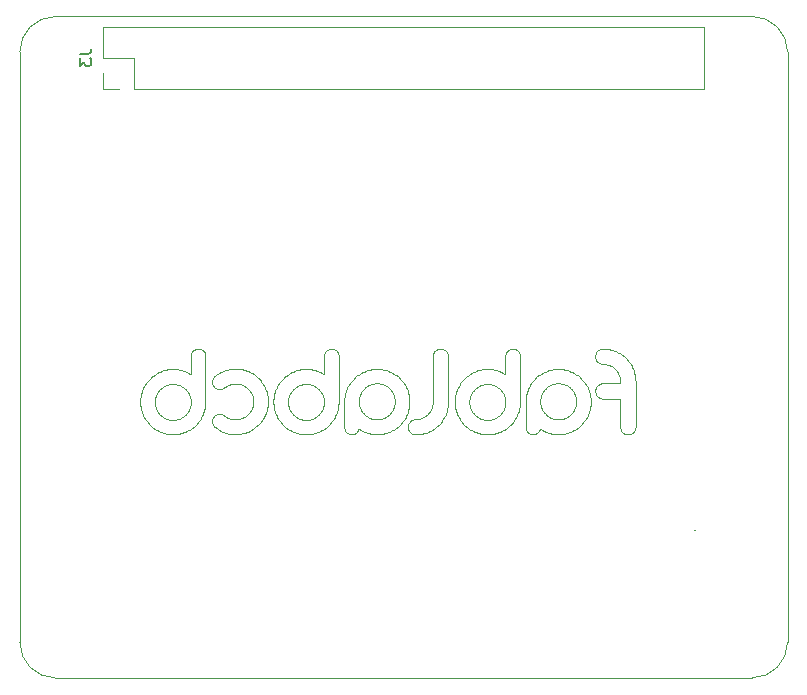
<source format=gbr>
G04 #@! TF.GenerationSoftware,KiCad,Pcbnew,5.1.9*
G04 #@! TF.CreationDate,2021-02-16T21:11:57+01:00*
G04 #@! TF.ProjectId,raspberrypi_hat,72617370-6265-4727-9279-70695f686174,rev?*
G04 #@! TF.SameCoordinates,Original*
G04 #@! TF.FileFunction,Legend,Bot*
G04 #@! TF.FilePolarity,Positive*
%FSLAX46Y46*%
G04 Gerber Fmt 4.6, Leading zero omitted, Abs format (unit mm)*
G04 Created by KiCad (PCBNEW 5.1.9) date 2021-02-16 21:11:57*
%MOMM*%
%LPD*%
G01*
G04 APERTURE LIST*
%ADD10C,0.045000*%
%ADD11C,0.200000*%
G04 #@! TA.AperFunction,Profile*
%ADD12C,0.100000*%
G04 #@! TD*
%ADD13C,0.120000*%
%ADD14C,0.150000*%
G04 APERTURE END LIST*
D10*
X94259720Y-89556164D02*
X94259720Y-93276878D01*
X118135708Y-94980514D02*
X118214143Y-94978531D01*
X118214143Y-94978531D02*
X118291547Y-94972648D01*
X118291547Y-94972648D02*
X118367824Y-94962960D01*
X118367824Y-94962960D02*
X118442878Y-94949562D01*
X118442878Y-94949562D02*
X118516614Y-94932550D01*
X118516614Y-94932550D02*
X118588936Y-94912020D01*
X118588936Y-94912020D02*
X118659748Y-94888067D01*
X118659748Y-94888067D02*
X118728955Y-94860788D01*
X118728955Y-94860788D02*
X118796461Y-94830277D01*
X118796461Y-94830277D02*
X118862170Y-94796630D01*
X118862170Y-94796630D02*
X118925987Y-94759943D01*
X118925987Y-94759943D02*
X118987816Y-94720311D01*
X118987816Y-94720311D02*
X119047561Y-94677831D01*
X119047561Y-94677831D02*
X119105127Y-94632597D01*
X119105127Y-94632597D02*
X119160418Y-94584706D01*
X119160418Y-94584706D02*
X119213339Y-94534252D01*
X119213339Y-94534252D02*
X119263793Y-94481333D01*
X119263793Y-94481333D02*
X119311686Y-94426042D01*
X119311686Y-94426042D02*
X119356921Y-94368477D01*
X119356921Y-94368477D02*
X119399402Y-94308732D01*
X119399402Y-94308732D02*
X119439035Y-94246903D01*
X119439035Y-94246903D02*
X119475724Y-94183086D01*
X119475724Y-94183086D02*
X119509372Y-94117377D01*
X119509372Y-94117377D02*
X119539885Y-94049870D01*
X119539885Y-94049870D02*
X119567166Y-93980663D01*
X119567166Y-93980663D02*
X119591119Y-93909849D01*
X119591119Y-93909849D02*
X119611651Y-93837526D01*
X119611651Y-93837526D02*
X119628663Y-93763788D01*
X119628663Y-93763788D02*
X119642062Y-93688731D01*
X119642062Y-93688731D02*
X119651751Y-93612451D01*
X119651751Y-93612451D02*
X119657634Y-93535044D01*
X119657634Y-93535044D02*
X119659617Y-93456605D01*
X127908757Y-93169855D02*
X127842441Y-93166499D01*
X127842441Y-93166499D02*
X127778034Y-93156650D01*
X127778034Y-93156650D02*
X127715863Y-93140636D01*
X127715863Y-93140636D02*
X127656253Y-93118786D01*
X127656253Y-93118786D02*
X127599533Y-93091427D01*
X127599533Y-93091427D02*
X127546029Y-93058886D01*
X127546029Y-93058886D02*
X127496069Y-93021493D01*
X127496069Y-93021493D02*
X127449979Y-92979574D01*
X127449979Y-92979574D02*
X127408087Y-92933459D01*
X127408087Y-92933459D02*
X127370719Y-92883474D01*
X127370719Y-92883474D02*
X127338203Y-92829949D01*
X127338203Y-92829949D02*
X127310865Y-92773210D01*
X127310865Y-92773210D02*
X127289033Y-92713586D01*
X127289033Y-92713586D02*
X127273034Y-92651406D01*
X127273034Y-92651406D02*
X127263195Y-92586996D01*
X127263195Y-92586996D02*
X127259843Y-92520685D01*
X114156038Y-88941481D02*
X114156038Y-88941481D01*
X119662342Y-89556164D02*
X119665529Y-89493032D01*
X119665529Y-89493032D02*
X119674884Y-89431724D01*
X119674884Y-89431724D02*
X119690097Y-89372550D01*
X119690097Y-89372550D02*
X119710856Y-89315819D01*
X119710856Y-89315819D02*
X119736853Y-89261843D01*
X119736853Y-89261843D02*
X119767776Y-89210932D01*
X119767776Y-89210932D02*
X119803316Y-89163396D01*
X119803316Y-89163396D02*
X119843162Y-89119546D01*
X119843162Y-89119546D02*
X119887004Y-89079692D01*
X119887004Y-89079692D02*
X119934533Y-89044145D01*
X119934533Y-89044145D02*
X119985437Y-89013215D01*
X119985437Y-89013215D02*
X120039406Y-88987212D01*
X120039406Y-88987212D02*
X120096132Y-88966447D01*
X120096132Y-88966447D02*
X120155302Y-88951231D01*
X120155302Y-88951231D02*
X120216607Y-88941874D01*
X120216607Y-88941874D02*
X120279738Y-88938686D01*
X102778336Y-90666387D02*
X102831154Y-90666883D01*
X102831154Y-90666883D02*
X102883730Y-90668365D01*
X102883730Y-90668365D02*
X102936055Y-90670824D01*
X102936055Y-90670824D02*
X102988119Y-90674252D01*
X102988119Y-90674252D02*
X103039915Y-90678639D01*
X103039915Y-90678639D02*
X103091434Y-90683977D01*
X103091434Y-90683977D02*
X103142667Y-90690256D01*
X103142667Y-90690256D02*
X103193604Y-90697467D01*
X103193604Y-90697467D02*
X103244238Y-90705602D01*
X103244238Y-90705602D02*
X103294560Y-90714651D01*
X103294560Y-90714651D02*
X103344561Y-90724606D01*
X103344561Y-90724606D02*
X103394233Y-90735458D01*
X103394233Y-90735458D02*
X103443566Y-90747198D01*
X103443566Y-90747198D02*
X103492552Y-90759816D01*
X103492552Y-90759816D02*
X103541183Y-90773304D01*
X103541183Y-90773304D02*
X103589449Y-90787653D01*
X103589449Y-90787653D02*
X103637341Y-90802854D01*
X103637341Y-90802854D02*
X103684852Y-90818898D01*
X103684852Y-90818898D02*
X103731973Y-90835776D01*
X103731973Y-90835776D02*
X103778694Y-90853480D01*
X103778694Y-90853480D02*
X103825007Y-90871999D01*
X103825007Y-90871999D02*
X103870904Y-90891325D01*
X103870904Y-90891325D02*
X103916375Y-90911450D01*
X103916375Y-90911450D02*
X103961413Y-90932364D01*
X103961413Y-90932364D02*
X104006007Y-90954058D01*
X104006007Y-90954058D02*
X104050150Y-90976524D01*
X104050150Y-90976524D02*
X104093833Y-90999752D01*
X104093833Y-90999752D02*
X104137048Y-91023734D01*
X104137048Y-91023734D02*
X104179784Y-91048460D01*
X104179784Y-91048460D02*
X104222034Y-91073922D01*
X104222034Y-91073922D02*
X104263790Y-91100110D01*
X104263790Y-91100110D02*
X104305042Y-91127017D01*
X102778325Y-91931340D02*
X102699885Y-91933326D01*
X102699885Y-91933326D02*
X102622470Y-91939220D01*
X102622470Y-91939220D02*
X102546175Y-91948927D01*
X102546175Y-91948927D02*
X102471096Y-91962349D01*
X102471096Y-91962349D02*
X102397329Y-91979392D01*
X102397329Y-91979392D02*
X102324972Y-91999958D01*
X102324972Y-91999958D02*
X102254118Y-92023952D01*
X102254118Y-92023952D02*
X102184866Y-92051277D01*
X102184866Y-92051277D02*
X102117311Y-92081838D01*
X102117311Y-92081838D02*
X102051548Y-92115538D01*
X102051548Y-92115538D02*
X101987675Y-92152281D01*
X101987675Y-92152281D02*
X101925788Y-92191971D01*
X101925788Y-92191971D02*
X101865982Y-92234512D01*
X101865982Y-92234512D02*
X101808354Y-92279808D01*
X101808354Y-92279808D02*
X101753000Y-92327762D01*
X101753000Y-92327762D02*
X101700016Y-92378279D01*
X101700016Y-92378279D02*
X101649498Y-92431262D01*
X101649498Y-92431262D02*
X101601543Y-92486615D01*
X101601543Y-92486615D02*
X101556246Y-92544243D01*
X101556246Y-92544243D02*
X101513704Y-92604048D01*
X101513704Y-92604048D02*
X101474012Y-92665935D01*
X101474012Y-92665935D02*
X101437268Y-92729808D01*
X101437268Y-92729808D02*
X101403566Y-92795571D01*
X101403566Y-92795571D02*
X101373004Y-92863127D01*
X101373004Y-92863127D02*
X101345678Y-92932380D01*
X101345678Y-92932380D02*
X101321683Y-93003235D01*
X101321683Y-93003235D02*
X101301115Y-93075594D01*
X101301115Y-93075594D02*
X101284072Y-93149363D01*
X101284072Y-93149363D02*
X101270649Y-93224444D01*
X101270649Y-93224444D02*
X101260942Y-93300743D01*
X101260942Y-93300743D02*
X101255047Y-93378161D01*
X101255047Y-93378161D02*
X101253061Y-93456605D01*
X118135708Y-91931340D02*
X118057264Y-91933326D01*
X118057264Y-91933326D02*
X117979846Y-91939220D01*
X117979846Y-91939220D02*
X117903547Y-91948927D01*
X117903547Y-91948927D02*
X117828466Y-91962349D01*
X117828466Y-91962349D02*
X117754697Y-91979392D01*
X117754697Y-91979392D02*
X117682338Y-91999958D01*
X117682338Y-91999958D02*
X117611483Y-92023952D01*
X117611483Y-92023952D02*
X117542230Y-92051277D01*
X117542230Y-92051277D02*
X117474674Y-92081838D01*
X117474674Y-92081838D02*
X117408911Y-92115538D01*
X117408911Y-92115538D02*
X117345038Y-92152281D01*
X117345038Y-92152281D02*
X117283151Y-92191971D01*
X117283151Y-92191971D02*
X117223346Y-92234512D01*
X117223346Y-92234512D02*
X117165718Y-92279808D01*
X117165718Y-92279808D02*
X117110365Y-92327762D01*
X117110365Y-92327762D02*
X117057382Y-92378279D01*
X117057382Y-92378279D02*
X117006865Y-92431262D01*
X117006865Y-92431262D02*
X116958911Y-92486615D01*
X116958911Y-92486615D02*
X116913616Y-92544243D01*
X116913616Y-92544243D02*
X116871075Y-92604048D01*
X116871075Y-92604048D02*
X116831385Y-92665935D01*
X116831385Y-92665935D02*
X116794642Y-92729808D01*
X116794642Y-92729808D02*
X116760942Y-92795571D01*
X116760942Y-92795571D02*
X116730381Y-92863127D01*
X116730381Y-92863127D02*
X116703056Y-92932380D01*
X116703056Y-92932380D02*
X116679062Y-93003235D01*
X116679062Y-93003235D02*
X116658496Y-93075594D01*
X116658496Y-93075594D02*
X116641453Y-93149363D01*
X116641453Y-93149363D02*
X116628031Y-93224444D01*
X116628031Y-93224444D02*
X116618324Y-93300743D01*
X116618324Y-93300743D02*
X116612430Y-93378161D01*
X116612430Y-93378161D02*
X116610444Y-93456605D01*
X105540081Y-93429489D02*
X105536489Y-93571660D01*
X105536489Y-93571660D02*
X105525828Y-93711958D01*
X105525828Y-93711958D02*
X105508273Y-93850212D01*
X105508273Y-93850212D02*
X105483996Y-93986246D01*
X105483996Y-93986246D02*
X105453170Y-94119889D01*
X105453170Y-94119889D02*
X105415969Y-94250967D01*
X105415969Y-94250967D02*
X105372565Y-94379306D01*
X105372565Y-94379306D02*
X105323132Y-94504734D01*
X105323132Y-94504734D02*
X105267843Y-94627077D01*
X105267843Y-94627077D02*
X105206872Y-94746162D01*
X105206872Y-94746162D02*
X105140391Y-94861817D01*
X105140391Y-94861817D02*
X105068574Y-94973867D01*
X105068574Y-94973867D02*
X104991594Y-95082139D01*
X104991594Y-95082139D02*
X104909624Y-95186461D01*
X104909624Y-95186461D02*
X104822837Y-95286659D01*
X104822837Y-95286659D02*
X104731406Y-95382559D01*
X104731406Y-95382559D02*
X104635506Y-95473990D01*
X104635506Y-95473990D02*
X104535308Y-95560777D01*
X104535308Y-95560777D02*
X104430986Y-95642747D01*
X104430986Y-95642747D02*
X104322714Y-95719727D01*
X104322714Y-95719727D02*
X104210664Y-95791545D01*
X104210664Y-95791545D02*
X104095010Y-95858026D01*
X104095010Y-95858026D02*
X103975924Y-95918997D01*
X103975924Y-95918997D02*
X103853581Y-95974286D01*
X103853581Y-95974286D02*
X103728153Y-96023719D01*
X103728153Y-96023719D02*
X103599814Y-96067122D01*
X103599814Y-96067122D02*
X103468736Y-96104324D01*
X103468736Y-96104324D02*
X103335094Y-96135150D01*
X103335094Y-96135150D02*
X103199059Y-96159427D01*
X103199059Y-96159427D02*
X103060806Y-96176982D01*
X103060806Y-96176982D02*
X102920507Y-96187643D01*
X102920507Y-96187643D02*
X102778336Y-96191235D01*
X91498154Y-96191235D02*
X91355982Y-96187643D01*
X91355982Y-96187643D02*
X91215675Y-96176982D01*
X91215675Y-96176982D02*
X91077406Y-96159427D01*
X91077406Y-96159427D02*
X90941349Y-96135150D01*
X90941349Y-96135150D02*
X90807678Y-96104324D01*
X90807678Y-96104324D02*
X90676565Y-96067122D01*
X90676565Y-96067122D02*
X90548186Y-96023719D01*
X90548186Y-96023719D02*
X90422713Y-95974286D01*
X90422713Y-95974286D02*
X90300321Y-95918997D01*
X90300321Y-95918997D02*
X90181183Y-95858026D01*
X90181183Y-95858026D02*
X90065472Y-95791545D01*
X90065472Y-95791545D02*
X89953364Y-95719727D01*
X89953364Y-95719727D02*
X89845030Y-95642747D01*
X89845030Y-95642747D02*
X89740646Y-95560777D01*
X89740646Y-95560777D02*
X89640384Y-95473990D01*
X89640384Y-95473990D02*
X89544419Y-95382559D01*
X89544419Y-95382559D02*
X89452924Y-95286659D01*
X89452924Y-95286659D02*
X89366073Y-95186461D01*
X89366073Y-95186461D02*
X89284039Y-95082139D01*
X89284039Y-95082139D02*
X89206997Y-94973867D01*
X89206997Y-94973867D02*
X89135120Y-94861817D01*
X89135120Y-94861817D02*
X89068582Y-94746162D01*
X89068582Y-94746162D02*
X89007556Y-94627077D01*
X89007556Y-94627077D02*
X88952216Y-94504734D01*
X88952216Y-94504734D02*
X88902736Y-94379306D01*
X88902736Y-94379306D02*
X88859290Y-94250967D01*
X88859290Y-94250967D02*
X88822052Y-94119889D01*
X88822052Y-94119889D02*
X88791194Y-93986246D01*
X88791194Y-93986246D02*
X88766891Y-93850212D01*
X88766891Y-93850212D02*
X88749317Y-93711958D01*
X88749317Y-93711958D02*
X88738645Y-93571660D01*
X88738645Y-93571660D02*
X88735050Y-93429489D01*
X96711995Y-90646393D02*
X96758070Y-90642318D01*
X96758070Y-90642318D02*
X96795122Y-90640716D01*
X113507548Y-93443894D02*
X113507548Y-89590736D01*
X105539903Y-93276878D02*
X105537659Y-93321941D01*
X105537659Y-93321941D02*
X105537448Y-93324924D01*
X95865304Y-92226059D02*
X95797904Y-92270234D01*
X95797904Y-92270234D02*
X95730587Y-92306156D01*
X95730587Y-92306156D02*
X95663623Y-92334165D01*
X95663623Y-92334165D02*
X95597280Y-92354599D01*
X95597280Y-92354599D02*
X95531829Y-92367798D01*
X95531829Y-92367798D02*
X95467541Y-92374100D01*
X95467541Y-92374100D02*
X95404683Y-92373844D01*
X95404683Y-92373844D02*
X95343528Y-92367370D01*
X95343528Y-92367370D02*
X95284343Y-92355017D01*
X95284343Y-92355017D02*
X95227400Y-92337125D01*
X95227400Y-92337125D02*
X95172969Y-92314031D01*
X95172969Y-92314031D02*
X95121318Y-92286075D01*
X95121318Y-92286075D02*
X95072718Y-92253596D01*
X95072718Y-92253596D02*
X95027439Y-92216934D01*
X95027439Y-92216934D02*
X94985751Y-92176428D01*
X94985751Y-92176428D02*
X94947923Y-92132416D01*
X94947923Y-92132416D02*
X94914226Y-92085237D01*
X94914226Y-92085237D02*
X94884929Y-92035232D01*
X94884929Y-92035232D02*
X94860302Y-91982738D01*
X94860302Y-91982738D02*
X94840615Y-91928095D01*
X94840615Y-91928095D02*
X94826138Y-91871643D01*
X94826138Y-91871643D02*
X94817140Y-91813719D01*
X94817140Y-91813719D02*
X94813893Y-91754664D01*
X94813893Y-91754664D02*
X94816665Y-91694817D01*
X94816665Y-91694817D02*
X94825726Y-91634516D01*
X94825726Y-91634516D02*
X94841347Y-91574100D01*
X94841347Y-91574100D02*
X94863797Y-91513910D01*
X94863797Y-91513910D02*
X94893345Y-91454283D01*
X94893345Y-91454283D02*
X94930263Y-91395559D01*
X94930263Y-91395559D02*
X94974820Y-91338077D01*
X94974820Y-91338077D02*
X95027285Y-91282177D01*
X95027285Y-91282177D02*
X95087929Y-91228197D01*
X118135722Y-90666387D02*
X118188538Y-90666883D01*
X118188538Y-90666883D02*
X118241112Y-90668365D01*
X118241112Y-90668365D02*
X118293435Y-90670824D01*
X118293435Y-90670824D02*
X118345497Y-90674252D01*
X118345497Y-90674252D02*
X118397290Y-90678639D01*
X118397290Y-90678639D02*
X118448806Y-90683977D01*
X118448806Y-90683977D02*
X118500036Y-90690256D01*
X118500036Y-90690256D02*
X118550970Y-90697467D01*
X118550970Y-90697467D02*
X118601601Y-90705602D01*
X118601601Y-90705602D02*
X118651919Y-90714651D01*
X118651919Y-90714651D02*
X118701917Y-90724606D01*
X118701917Y-90724606D02*
X118751585Y-90735458D01*
X118751585Y-90735458D02*
X118800914Y-90747198D01*
X118800914Y-90747198D02*
X118849897Y-90759816D01*
X118849897Y-90759816D02*
X118898523Y-90773304D01*
X118898523Y-90773304D02*
X118946786Y-90787653D01*
X118946786Y-90787653D02*
X118994675Y-90802854D01*
X118994675Y-90802854D02*
X119042182Y-90818898D01*
X119042182Y-90818898D02*
X119089299Y-90835776D01*
X119089299Y-90835776D02*
X119136017Y-90853480D01*
X119136017Y-90853480D02*
X119182327Y-90871999D01*
X119182327Y-90871999D02*
X119228221Y-90891325D01*
X119228221Y-90891325D02*
X119273689Y-90911450D01*
X119273689Y-90911450D02*
X119318724Y-90932364D01*
X119318724Y-90932364D02*
X119363316Y-90954058D01*
X119363316Y-90954058D02*
X119407457Y-90976524D01*
X119407457Y-90976524D02*
X119451138Y-90999752D01*
X119451138Y-90999752D02*
X119494351Y-91023734D01*
X119494351Y-91023734D02*
X119537086Y-91048460D01*
X119537086Y-91048460D02*
X119579335Y-91073922D01*
X119579335Y-91073922D02*
X119621090Y-91100110D01*
X119621090Y-91100110D02*
X119662342Y-91127017D01*
X100015235Y-93429489D02*
X100018830Y-93287317D01*
X100018830Y-93287317D02*
X100029502Y-93147011D01*
X100029502Y-93147011D02*
X100047076Y-93008742D01*
X100047076Y-93008742D02*
X100071379Y-92872685D01*
X100071379Y-92872685D02*
X100102237Y-92739013D01*
X100102237Y-92739013D02*
X100139475Y-92607901D01*
X100139475Y-92607901D02*
X100182921Y-92479522D01*
X100182921Y-92479522D02*
X100232401Y-92354049D01*
X100232401Y-92354049D02*
X100287740Y-92231657D01*
X100287740Y-92231657D02*
X100348766Y-92112519D01*
X100348766Y-92112519D02*
X100415304Y-91996809D01*
X100415304Y-91996809D02*
X100487181Y-91884700D01*
X100487181Y-91884700D02*
X100564223Y-91776367D01*
X100564223Y-91776367D02*
X100646257Y-91671983D01*
X100646257Y-91671983D02*
X100733108Y-91571721D01*
X100733108Y-91571721D02*
X100824603Y-91475756D01*
X100824603Y-91475756D02*
X100920568Y-91384261D01*
X100920568Y-91384261D02*
X101020830Y-91297410D01*
X101020830Y-91297410D02*
X101125214Y-91215376D01*
X101125214Y-91215376D02*
X101233547Y-91138334D01*
X101233547Y-91138334D02*
X101345656Y-91066457D01*
X101345656Y-91066457D02*
X101461366Y-90999918D01*
X101461366Y-90999918D02*
X101580504Y-90938893D01*
X101580504Y-90938893D02*
X101702896Y-90883553D01*
X101702896Y-90883553D02*
X101828369Y-90834073D01*
X101828369Y-90834073D02*
X101956748Y-90790627D01*
X101956748Y-90790627D02*
X102087860Y-90753389D01*
X102087860Y-90753389D02*
X102221532Y-90722531D01*
X102221532Y-90722531D02*
X102357589Y-90698228D01*
X102357589Y-90698228D02*
X102495857Y-90680654D01*
X102495857Y-90680654D02*
X102636164Y-90669982D01*
X102636164Y-90669982D02*
X102778336Y-90666387D01*
X112040158Y-96209029D02*
X111973843Y-96205677D01*
X111973843Y-96205677D02*
X111909439Y-96195839D01*
X111909439Y-96195839D02*
X111847271Y-96179841D01*
X111847271Y-96179841D02*
X111787667Y-96158012D01*
X111787667Y-96158012D02*
X111730953Y-96130677D01*
X111730953Y-96130677D02*
X111677456Y-96098164D01*
X111677456Y-96098164D02*
X111627503Y-96060798D01*
X111627503Y-96060798D02*
X111581421Y-96018908D01*
X111581421Y-96018908D02*
X111539536Y-95972820D01*
X111539536Y-95972820D02*
X111502176Y-95922861D01*
X111502176Y-95922861D02*
X111469666Y-95869357D01*
X111469666Y-95869357D02*
X111442335Y-95812636D01*
X111442335Y-95812636D02*
X111420509Y-95753024D01*
X111420509Y-95753024D02*
X111404514Y-95690849D01*
X111404514Y-95690849D02*
X111394677Y-95626436D01*
X111394677Y-95626436D02*
X111391326Y-95560114D01*
X122592278Y-95721115D02*
X122577500Y-95770778D01*
X122577500Y-95770778D02*
X122558803Y-95818617D01*
X122558803Y-95818617D02*
X122536372Y-95864443D01*
X122536372Y-95864443D02*
X122510395Y-95908063D01*
X122510395Y-95908063D02*
X122481061Y-95949289D01*
X122481061Y-95949289D02*
X122448556Y-95987929D01*
X122448556Y-95987929D02*
X122413068Y-96023792D01*
X122413068Y-96023792D02*
X122374785Y-96056690D01*
X122374785Y-96056690D02*
X122333894Y-96086430D01*
X122333894Y-96086430D02*
X122290582Y-96112823D01*
X122290582Y-96112823D02*
X122245038Y-96135677D01*
X122245038Y-96135677D02*
X122197449Y-96154804D01*
X122197449Y-96154804D02*
X122148002Y-96170012D01*
X122148002Y-96170012D02*
X122096885Y-96181110D01*
X122096885Y-96181110D02*
X122044286Y-96187909D01*
X122044286Y-96187909D02*
X121990392Y-96190218D01*
X114805377Y-89590736D02*
X114805377Y-93443894D01*
X125657298Y-93400000D02*
X125655311Y-93321560D01*
X125655311Y-93321560D02*
X125649417Y-93244153D01*
X125649417Y-93244153D02*
X125639710Y-93167873D01*
X125639710Y-93167873D02*
X125626288Y-93092817D01*
X125626288Y-93092817D02*
X125609245Y-93019079D01*
X125609245Y-93019079D02*
X125588679Y-92946755D01*
X125588679Y-92946755D02*
X125564685Y-92875942D01*
X125564685Y-92875942D02*
X125537360Y-92806734D01*
X125537360Y-92806734D02*
X125506799Y-92739228D01*
X125506799Y-92739228D02*
X125473099Y-92673518D01*
X125473099Y-92673518D02*
X125436356Y-92609701D01*
X125436356Y-92609701D02*
X125396666Y-92547872D01*
X125396666Y-92547872D02*
X125354125Y-92488128D01*
X125354125Y-92488128D02*
X125308829Y-92430562D01*
X125308829Y-92430562D02*
X125260875Y-92375272D01*
X125260875Y-92375272D02*
X125210358Y-92322352D01*
X125210358Y-92322352D02*
X125157375Y-92271899D01*
X125157375Y-92271899D02*
X125102021Y-92224007D01*
X125102021Y-92224007D02*
X125044394Y-92178774D01*
X125044394Y-92178774D02*
X124984588Y-92136293D01*
X124984588Y-92136293D02*
X124922701Y-92096662D01*
X124922701Y-92096662D02*
X124858828Y-92059975D01*
X124858828Y-92059975D02*
X124793065Y-92026328D01*
X124793065Y-92026328D02*
X124725509Y-91995816D01*
X124725509Y-91995816D02*
X124656256Y-91968537D01*
X124656256Y-91968537D02*
X124585401Y-91944584D01*
X124585401Y-91944584D02*
X124513042Y-91924054D01*
X124513042Y-91924054D02*
X124439273Y-91907042D01*
X124439273Y-91907042D02*
X124364192Y-91893644D01*
X124364192Y-91893644D02*
X124287893Y-91883956D01*
X124287893Y-91883956D02*
X124210475Y-91878073D01*
X124210475Y-91878073D02*
X124132032Y-91876091D01*
X105539903Y-89556164D02*
X105539903Y-93276878D01*
X98964630Y-95122873D02*
X98874423Y-95232819D01*
X98874423Y-95232819D02*
X98779787Y-95336951D01*
X98779787Y-95336951D02*
X98680965Y-95435238D01*
X98680965Y-95435238D02*
X98578199Y-95527648D01*
X98578199Y-95527648D02*
X98471733Y-95614152D01*
X98471733Y-95614152D02*
X98361810Y-95694718D01*
X98361810Y-95694718D02*
X98248675Y-95769316D01*
X98248675Y-95769316D02*
X98132570Y-95837916D01*
X98132570Y-95837916D02*
X98013738Y-95900487D01*
X98013738Y-95900487D02*
X97892424Y-95956999D01*
X97892424Y-95956999D02*
X97768869Y-96007420D01*
X97768869Y-96007420D02*
X97643319Y-96051720D01*
X97643319Y-96051720D02*
X97516016Y-96089869D01*
X97516016Y-96089869D02*
X97387203Y-96121837D01*
X97387203Y-96121837D02*
X97257125Y-96147591D01*
X97257125Y-96147591D02*
X97126024Y-96167103D01*
X97126024Y-96167103D02*
X96994143Y-96180341D01*
X96994143Y-96180341D02*
X96861726Y-96187275D01*
X96861726Y-96187275D02*
X96729017Y-96187874D01*
X96729017Y-96187874D02*
X96596259Y-96182107D01*
X96596259Y-96182107D02*
X96463695Y-96169945D01*
X96463695Y-96169945D02*
X96331569Y-96151356D01*
X96331569Y-96151356D02*
X96200123Y-96126310D01*
X96200123Y-96126310D02*
X96069602Y-96094776D01*
X96069602Y-96094776D02*
X95940249Y-96056724D01*
X95940249Y-96056724D02*
X95812307Y-96012123D01*
X95812307Y-96012123D02*
X95686019Y-95960943D01*
X95686019Y-95960943D02*
X95561630Y-95903152D01*
X95561630Y-95903152D02*
X95439381Y-95838721D01*
X95439381Y-95838721D02*
X95319517Y-95767619D01*
X95319517Y-95767619D02*
X95202282Y-95689816D01*
X95202282Y-95689816D02*
X95087918Y-95605280D01*
X93642244Y-88938686D02*
X93705382Y-88941874D01*
X93705382Y-88941874D02*
X93766695Y-88951233D01*
X93766695Y-88951233D02*
X93825873Y-88966451D01*
X93825873Y-88966451D02*
X93882605Y-88987218D01*
X93882605Y-88987218D02*
X93936582Y-89013223D01*
X93936582Y-89013223D02*
X93987493Y-89044156D01*
X93987493Y-89044156D02*
X94035027Y-89079706D01*
X94035027Y-89079706D02*
X94078876Y-89119562D01*
X94078876Y-89119562D02*
X94118727Y-89163414D01*
X94118727Y-89163414D02*
X94154272Y-89210951D01*
X94154272Y-89210951D02*
X94185199Y-89261862D01*
X94185199Y-89261862D02*
X94211199Y-89315838D01*
X94211199Y-89315838D02*
X94231961Y-89372566D01*
X94231961Y-89372566D02*
X94247176Y-89431737D01*
X94247176Y-89431737D02*
X94256532Y-89493039D01*
X94256532Y-89493039D02*
X94259720Y-89556164D01*
X94257265Y-93324924D02*
X94258892Y-93370559D01*
X94258892Y-93370559D02*
X94259840Y-93416353D01*
X94259840Y-93416353D02*
X94259899Y-93429489D01*
X108774734Y-90665370D02*
X108916905Y-90668962D01*
X108916905Y-90668962D02*
X109057212Y-90679622D01*
X109057212Y-90679622D02*
X109195481Y-90697178D01*
X109195481Y-90697178D02*
X109331538Y-90721456D01*
X109331538Y-90721456D02*
X109465209Y-90752283D01*
X109465209Y-90752283D02*
X109596322Y-90789485D01*
X109596322Y-90789485D02*
X109724701Y-90832890D01*
X109724701Y-90832890D02*
X109850174Y-90882324D01*
X109850174Y-90882324D02*
X109972566Y-90937614D01*
X109972566Y-90937614D02*
X110091704Y-90998587D01*
X110091704Y-90998587D02*
X110207414Y-91065069D01*
X110207414Y-91065069D02*
X110319523Y-91136888D01*
X110319523Y-91136888D02*
X110427856Y-91213870D01*
X110427856Y-91213870D02*
X110532240Y-91295841D01*
X110532240Y-91295841D02*
X110632502Y-91382629D01*
X110632502Y-91382629D02*
X110728467Y-91474061D01*
X110728467Y-91474061D02*
X110819962Y-91569962D01*
X110819962Y-91569962D02*
X110906813Y-91670161D01*
X110906813Y-91670161D02*
X110988846Y-91774483D01*
X110988846Y-91774483D02*
X111065889Y-91882756D01*
X111065889Y-91882756D02*
X111137766Y-91994806D01*
X111137766Y-91994806D02*
X111204304Y-92110461D01*
X111204304Y-92110461D02*
X111265330Y-92229546D01*
X111265330Y-92229546D02*
X111320669Y-92351888D01*
X111320669Y-92351888D02*
X111370149Y-92477315D01*
X111370149Y-92477315D02*
X111413595Y-92605653D01*
X111413595Y-92605653D02*
X111450833Y-92736729D01*
X111450833Y-92736729D02*
X111481691Y-92870370D01*
X111481691Y-92870370D02*
X111505994Y-93006402D01*
X111505994Y-93006402D02*
X111523568Y-93144653D01*
X111523568Y-93144653D02*
X111534240Y-93284948D01*
X111534240Y-93284948D02*
X111537836Y-93427116D01*
X124132032Y-91876091D02*
X124053596Y-91878073D01*
X124053596Y-91878073D02*
X123976192Y-91883956D01*
X123976192Y-91883956D02*
X123899915Y-91893644D01*
X123899915Y-91893644D02*
X123824861Y-91907042D01*
X123824861Y-91907042D02*
X123751126Y-91924054D01*
X123751126Y-91924054D02*
X123678804Y-91944584D01*
X123678804Y-91944584D02*
X123607992Y-91968537D01*
X123607992Y-91968537D02*
X123538785Y-91995816D01*
X123538785Y-91995816D02*
X123471279Y-92026328D01*
X123471279Y-92026328D02*
X123405570Y-92059975D01*
X123405570Y-92059975D02*
X123341753Y-92096662D01*
X123341753Y-92096662D02*
X123279924Y-92136293D01*
X123279924Y-92136293D02*
X123220179Y-92178774D01*
X123220179Y-92178774D02*
X123162613Y-92224007D01*
X123162613Y-92224007D02*
X123107322Y-92271899D01*
X123107322Y-92271899D02*
X123054402Y-92322352D01*
X123054402Y-92322352D02*
X123003947Y-92375272D01*
X123003947Y-92375272D02*
X122956055Y-92430562D01*
X122956055Y-92430562D02*
X122910820Y-92488128D01*
X122910820Y-92488128D02*
X122868338Y-92547872D01*
X122868338Y-92547872D02*
X122828705Y-92609701D01*
X122828705Y-92609701D02*
X122792017Y-92673518D01*
X122792017Y-92673518D02*
X122758369Y-92739228D01*
X122758369Y-92739228D02*
X122727856Y-92806734D01*
X122727856Y-92806734D02*
X122700575Y-92875942D01*
X122700575Y-92875942D02*
X122676621Y-92946755D01*
X122676621Y-92946755D02*
X122656090Y-93019079D01*
X122656090Y-93019079D02*
X122639078Y-93092817D01*
X122639078Y-93092817D02*
X122625679Y-93167873D01*
X122625679Y-93167873D02*
X122615990Y-93244153D01*
X122615990Y-93244153D02*
X122610107Y-93321560D01*
X122610107Y-93321560D02*
X122608125Y-93400000D01*
X127908757Y-88941481D02*
X128050842Y-88945084D01*
X128050842Y-88945084D02*
X128191086Y-88955778D01*
X128191086Y-88955778D02*
X128329313Y-88973388D01*
X128329313Y-88973388D02*
X128465349Y-88997739D01*
X128465349Y-88997739D02*
X128599018Y-89028656D01*
X128599018Y-89028656D02*
X128730145Y-89065965D01*
X128730145Y-89065965D02*
X128858556Y-89109490D01*
X128858556Y-89109490D02*
X128984075Y-89159056D01*
X128984075Y-89159056D02*
X129106527Y-89214490D01*
X129106527Y-89214490D02*
X129225737Y-89275615D01*
X129225737Y-89275615D02*
X129341530Y-89342258D01*
X129341530Y-89342258D02*
X129453732Y-89414243D01*
X129453732Y-89414243D02*
X129562166Y-89491396D01*
X129562166Y-89491396D02*
X129666658Y-89573541D01*
X129666658Y-89573541D02*
X129767034Y-89660504D01*
X129767034Y-89660504D02*
X129863117Y-89752111D01*
X129863117Y-89752111D02*
X129954733Y-89848186D01*
X129954733Y-89848186D02*
X130041707Y-89948554D01*
X130041707Y-89948554D02*
X130123863Y-90053040D01*
X130123863Y-90053040D02*
X130201028Y-90161471D01*
X130201028Y-90161471D02*
X130273025Y-90273670D01*
X130273025Y-90273670D02*
X130339680Y-90389464D01*
X130339680Y-90389464D02*
X130400818Y-90508677D01*
X130400818Y-90508677D02*
X130456263Y-90631134D01*
X130456263Y-90631134D02*
X130505840Y-90756661D01*
X130505840Y-90756661D02*
X130549376Y-90885083D01*
X130549376Y-90885083D02*
X130586694Y-91016225D01*
X130586694Y-91016225D02*
X130617619Y-91149912D01*
X130617619Y-91149912D02*
X130641976Y-91285970D01*
X130641976Y-91285970D02*
X130659591Y-91424223D01*
X130659591Y-91424223D02*
X130670289Y-91564497D01*
X130670289Y-91564497D02*
X130673894Y-91706617D01*
X98319020Y-93430930D02*
X98317037Y-93352490D01*
X98317037Y-93352490D02*
X98311154Y-93275075D01*
X98311154Y-93275075D02*
X98301466Y-93198780D01*
X98301466Y-93198780D02*
X98288068Y-93123701D01*
X98288068Y-93123701D02*
X98271056Y-93049934D01*
X98271056Y-93049934D02*
X98250526Y-92977576D01*
X98250526Y-92977576D02*
X98226573Y-92906723D01*
X98226573Y-92906723D02*
X98199294Y-92837470D01*
X98199294Y-92837470D02*
X98168783Y-92769915D01*
X98168783Y-92769915D02*
X98135136Y-92704153D01*
X98135136Y-92704153D02*
X98098449Y-92640280D01*
X98098449Y-92640280D02*
X98058817Y-92578392D01*
X98058817Y-92578392D02*
X98016337Y-92518586D01*
X98016337Y-92518586D02*
X97971103Y-92460958D01*
X97971103Y-92460958D02*
X97923212Y-92405604D01*
X97923212Y-92405604D02*
X97872758Y-92352620D01*
X97872758Y-92352620D02*
X97819839Y-92302102D01*
X97819839Y-92302102D02*
X97764548Y-92254147D01*
X97764548Y-92254147D02*
X97706983Y-92208850D01*
X97706983Y-92208850D02*
X97647238Y-92166308D01*
X97647238Y-92166308D02*
X97585409Y-92126616D01*
X97585409Y-92126616D02*
X97521592Y-92089872D01*
X97521592Y-92089872D02*
X97455883Y-92056170D01*
X97455883Y-92056170D02*
X97388376Y-92025608D01*
X97388376Y-92025608D02*
X97319169Y-91998282D01*
X97319169Y-91998282D02*
X97248355Y-91974287D01*
X97248355Y-91974287D02*
X97176032Y-91953719D01*
X97176032Y-91953719D02*
X97102294Y-91936676D01*
X97102294Y-91936676D02*
X97027237Y-91923253D01*
X97027237Y-91923253D02*
X96950957Y-91913546D01*
X96950957Y-91913546D02*
X96873550Y-91907651D01*
X96873550Y-91907651D02*
X96795111Y-91905665D01*
X127908757Y-91872448D02*
X129376062Y-91871778D01*
X102778325Y-91931340D02*
X102778325Y-91931340D01*
X130673894Y-95559860D02*
X130670537Y-95626121D01*
X130670537Y-95626121D02*
X130660687Y-95690497D01*
X130660687Y-95690497D02*
X130644671Y-95752656D01*
X130644671Y-95752656D02*
X130622818Y-95812270D01*
X130622818Y-95812270D02*
X130595455Y-95869009D01*
X130595455Y-95869009D02*
X130562910Y-95922542D01*
X130562910Y-95922542D02*
X130525511Y-95972542D01*
X130525511Y-95972542D02*
X130483587Y-96018677D01*
X130483587Y-96018677D02*
X130437466Y-96060619D01*
X130437466Y-96060619D02*
X130387475Y-96098038D01*
X130387475Y-96098038D02*
X130333942Y-96130605D01*
X130333942Y-96130605D02*
X130277196Y-96157989D01*
X130277196Y-96157989D02*
X130217565Y-96179862D01*
X130217565Y-96179862D02*
X130155377Y-96195893D01*
X130155377Y-96195893D02*
X130090959Y-96205753D01*
X130090959Y-96205753D02*
X130024640Y-96209114D01*
X129376062Y-91706626D02*
X129374149Y-91631226D01*
X129374149Y-91631226D02*
X129368472Y-91556801D01*
X129368472Y-91556801D02*
X129359124Y-91483444D01*
X129359124Y-91483444D02*
X129346199Y-91411248D01*
X129346199Y-91411248D02*
X129329788Y-91340307D01*
X129329788Y-91340307D02*
X129309985Y-91270713D01*
X129309985Y-91270713D02*
X129286883Y-91202559D01*
X129286883Y-91202559D02*
X129260574Y-91135939D01*
X129260574Y-91135939D02*
X129231152Y-91070944D01*
X129231152Y-91070944D02*
X129198709Y-91007669D01*
X129198709Y-91007669D02*
X129163338Y-90946207D01*
X129163338Y-90946207D02*
X129125133Y-90886650D01*
X129125133Y-90886650D02*
X129084185Y-90829091D01*
X129084185Y-90829091D02*
X129040588Y-90773623D01*
X129040588Y-90773623D02*
X128994436Y-90720340D01*
X128994436Y-90720340D02*
X128945820Y-90669335D01*
X128945820Y-90669335D02*
X128894833Y-90620700D01*
X128894833Y-90620700D02*
X128841569Y-90574529D01*
X128841569Y-90574529D02*
X128786121Y-90530914D01*
X128786121Y-90530914D02*
X128728580Y-90489949D01*
X128728580Y-90489949D02*
X128669041Y-90451726D01*
X128669041Y-90451726D02*
X128607596Y-90416339D01*
X128607596Y-90416339D02*
X128544338Y-90383881D01*
X128544338Y-90383881D02*
X128479360Y-90354444D01*
X128479360Y-90354444D02*
X128412754Y-90328123D01*
X128412754Y-90328123D02*
X128344615Y-90305009D01*
X128344615Y-90305009D02*
X128275033Y-90285195D01*
X128275033Y-90285195D02*
X128204104Y-90268776D01*
X128204104Y-90268776D02*
X128131918Y-90255843D01*
X128131918Y-90255843D02*
X128058570Y-90246490D01*
X128058570Y-90246490D02*
X127984152Y-90240810D01*
X127984152Y-90240810D02*
X127908757Y-90238897D01*
X107250825Y-93400000D02*
X107252807Y-93478439D01*
X107252807Y-93478439D02*
X107258690Y-93555854D01*
X107258690Y-93555854D02*
X107268378Y-93632150D01*
X107268378Y-93632150D02*
X107281776Y-93707229D01*
X107281776Y-93707229D02*
X107298788Y-93780995D01*
X107298788Y-93780995D02*
X107319318Y-93853353D01*
X107319318Y-93853353D02*
X107343271Y-93924207D01*
X107343271Y-93924207D02*
X107370551Y-93993459D01*
X107370551Y-93993459D02*
X107401062Y-94061014D01*
X107401062Y-94061014D02*
X107434709Y-94126777D01*
X107434709Y-94126777D02*
X107471396Y-94190650D01*
X107471396Y-94190650D02*
X107511027Y-94252537D01*
X107511027Y-94252537D02*
X107553508Y-94312343D01*
X107553508Y-94312343D02*
X107598742Y-94369971D01*
X107598742Y-94369971D02*
X107646633Y-94425325D01*
X107646633Y-94425325D02*
X107697086Y-94478309D01*
X107697086Y-94478309D02*
X107750006Y-94528827D01*
X107750006Y-94528827D02*
X107805296Y-94576783D01*
X107805296Y-94576783D02*
X107862862Y-94622079D01*
X107862862Y-94622079D02*
X107922607Y-94664622D01*
X107922607Y-94664622D02*
X107984436Y-94704313D01*
X107984436Y-94704313D02*
X108048253Y-94741058D01*
X108048253Y-94741058D02*
X108113962Y-94774759D01*
X108113962Y-94774759D02*
X108181469Y-94805321D01*
X108181469Y-94805321D02*
X108250676Y-94832647D01*
X108250676Y-94832647D02*
X108321490Y-94856642D01*
X108321490Y-94856642D02*
X108393813Y-94877210D01*
X108393813Y-94877210D02*
X108467551Y-94894253D01*
X108467551Y-94894253D02*
X108542607Y-94907676D01*
X108542607Y-94907676D02*
X108618887Y-94917383D01*
X108618887Y-94917383D02*
X108696294Y-94923278D01*
X108696294Y-94923278D02*
X108774734Y-94925265D01*
X95087929Y-91228197D02*
X95133570Y-91193382D01*
X95133570Y-91193382D02*
X95179699Y-91159663D01*
X95179699Y-91159663D02*
X95226300Y-91127035D01*
X95226300Y-91127035D02*
X95273358Y-91095498D01*
X95273358Y-91095498D02*
X95320857Y-91065049D01*
X95320857Y-91065049D02*
X95368780Y-91035685D01*
X95368780Y-91035685D02*
X95417112Y-91007406D01*
X95417112Y-91007406D02*
X95465838Y-90980208D01*
X95465838Y-90980208D02*
X95514940Y-90954089D01*
X95514940Y-90954089D02*
X95564405Y-90929048D01*
X95564405Y-90929048D02*
X95614214Y-90905082D01*
X95614214Y-90905082D02*
X95664354Y-90882189D01*
X95664354Y-90882189D02*
X95714807Y-90860367D01*
X95714807Y-90860367D02*
X95765558Y-90839614D01*
X95765558Y-90839614D02*
X95816592Y-90819928D01*
X95816592Y-90819928D02*
X95867892Y-90801306D01*
X95867892Y-90801306D02*
X95919442Y-90783747D01*
X95919442Y-90783747D02*
X95971228Y-90767247D01*
X95971228Y-90767247D02*
X96023232Y-90751806D01*
X96023232Y-90751806D02*
X96075439Y-90737421D01*
X96075439Y-90737421D02*
X96127833Y-90724090D01*
X96127833Y-90724090D02*
X96180399Y-90711811D01*
X96180399Y-90711811D02*
X96233120Y-90700581D01*
X96233120Y-90700581D02*
X96285981Y-90690398D01*
X96285981Y-90690398D02*
X96338965Y-90681261D01*
X96338965Y-90681261D02*
X96392058Y-90673168D01*
X96392058Y-90673168D02*
X96445243Y-90666115D01*
X96445243Y-90666115D02*
X96498504Y-90660101D01*
X96498504Y-90660101D02*
X96551825Y-90655124D01*
X96551825Y-90655124D02*
X96605192Y-90651182D01*
X96605192Y-90651182D02*
X96658587Y-90648272D01*
X96658587Y-90648272D02*
X96711995Y-90646393D01*
X121371983Y-93492533D02*
X121370466Y-93445574D01*
X121370466Y-93445574D02*
X121370198Y-93427116D01*
X96795111Y-91905665D02*
X96785717Y-91904906D01*
X88735050Y-93429489D02*
X88738645Y-93287317D01*
X88738645Y-93287317D02*
X88749317Y-93147011D01*
X88749317Y-93147011D02*
X88766891Y-93008742D01*
X88766891Y-93008742D02*
X88791194Y-92872685D01*
X88791194Y-92872685D02*
X88822052Y-92739013D01*
X88822052Y-92739013D02*
X88859290Y-92607901D01*
X88859290Y-92607901D02*
X88902736Y-92479522D01*
X88902736Y-92479522D02*
X88952216Y-92354049D01*
X88952216Y-92354049D02*
X89007556Y-92231657D01*
X89007556Y-92231657D02*
X89068582Y-92112519D01*
X89068582Y-92112519D02*
X89135120Y-91996809D01*
X89135120Y-91996809D02*
X89206997Y-91884700D01*
X89206997Y-91884700D02*
X89284039Y-91776367D01*
X89284039Y-91776367D02*
X89366073Y-91671983D01*
X89366073Y-91671983D02*
X89452924Y-91571721D01*
X89452924Y-91571721D02*
X89544419Y-91475756D01*
X89544419Y-91475756D02*
X89640384Y-91384261D01*
X89640384Y-91384261D02*
X89740646Y-91297410D01*
X89740646Y-91297410D02*
X89845030Y-91215376D01*
X89845030Y-91215376D02*
X89953364Y-91138334D01*
X89953364Y-91138334D02*
X90065472Y-91066457D01*
X90065472Y-91066457D02*
X90181183Y-90999918D01*
X90181183Y-90999918D02*
X90300321Y-90938893D01*
X90300321Y-90938893D02*
X90422713Y-90883553D01*
X90422713Y-90883553D02*
X90548186Y-90834073D01*
X90548186Y-90834073D02*
X90676565Y-90790627D01*
X90676565Y-90790627D02*
X90807678Y-90753389D01*
X90807678Y-90753389D02*
X90941349Y-90722531D01*
X90941349Y-90722531D02*
X91077406Y-90698228D01*
X91077406Y-90698228D02*
X91215675Y-90680654D01*
X91215675Y-90680654D02*
X91355982Y-90669982D01*
X91355982Y-90669982D02*
X91498154Y-90666387D01*
X130673894Y-91706617D02*
X130673894Y-95559860D01*
X130024640Y-96209114D02*
X129958385Y-96205753D01*
X129958385Y-96205753D02*
X129894031Y-96195893D01*
X129894031Y-96195893D02*
X129831905Y-96179862D01*
X129831905Y-96179862D02*
X129772334Y-96157989D01*
X129772334Y-96157989D02*
X129715647Y-96130605D01*
X129715647Y-96130605D02*
X129662170Y-96098038D01*
X129662170Y-96098038D02*
X129612232Y-96060619D01*
X129612232Y-96060619D02*
X129566159Y-96018677D01*
X129566159Y-96018677D02*
X129524280Y-95972542D01*
X129524280Y-95972542D02*
X129486922Y-95922542D01*
X129486922Y-95922542D02*
X129454413Y-95869009D01*
X129454413Y-95869009D02*
X129427080Y-95812270D01*
X129427080Y-95812270D02*
X129405251Y-95752656D01*
X129405251Y-95752656D02*
X129389253Y-95690497D01*
X129389253Y-95690497D02*
X129379414Y-95626121D01*
X129379414Y-95626121D02*
X129376062Y-95559860D01*
X108774645Y-90665370D02*
X108774734Y-90665370D01*
X101253061Y-93456605D02*
X101255047Y-93535044D01*
X101255047Y-93535044D02*
X101260942Y-93612451D01*
X101260942Y-93612451D02*
X101270649Y-93688731D01*
X101270649Y-93688731D02*
X101284072Y-93763788D01*
X101284072Y-93763788D02*
X101301115Y-93837526D01*
X101301115Y-93837526D02*
X101321683Y-93909849D01*
X101321683Y-93909849D02*
X101345678Y-93980663D01*
X101345678Y-93980663D02*
X101373004Y-94049870D01*
X101373004Y-94049870D02*
X101403566Y-94117377D01*
X101403566Y-94117377D02*
X101437268Y-94183086D01*
X101437268Y-94183086D02*
X101474012Y-94246903D01*
X101474012Y-94246903D02*
X101513704Y-94308732D01*
X101513704Y-94308732D02*
X101556246Y-94368477D01*
X101556246Y-94368477D02*
X101601543Y-94426042D01*
X101601543Y-94426042D02*
X101649498Y-94481333D01*
X101649498Y-94481333D02*
X101700016Y-94534252D01*
X101700016Y-94534252D02*
X101753000Y-94584706D01*
X101753000Y-94584706D02*
X101808354Y-94632597D01*
X101808354Y-94632597D02*
X101865982Y-94677831D01*
X101865982Y-94677831D02*
X101925788Y-94720311D01*
X101925788Y-94720311D02*
X101987675Y-94759943D01*
X101987675Y-94759943D02*
X102051548Y-94796630D01*
X102051548Y-94796630D02*
X102117311Y-94830277D01*
X102117311Y-94830277D02*
X102184866Y-94860788D01*
X102184866Y-94860788D02*
X102254118Y-94888067D01*
X102254118Y-94888067D02*
X102324972Y-94912020D01*
X102324972Y-94912020D02*
X102397329Y-94932550D01*
X102397329Y-94932550D02*
X102471096Y-94949562D01*
X102471096Y-94949562D02*
X102546175Y-94962960D01*
X102546175Y-94962960D02*
X102622470Y-94972648D01*
X102622470Y-94972648D02*
X102699885Y-94978531D01*
X102699885Y-94978531D02*
X102778325Y-94980514D01*
X96785717Y-91904906D02*
X96725252Y-91906669D01*
X96725252Y-91906669D02*
X96664827Y-91910824D01*
X96664827Y-91910824D02*
X96604517Y-91917383D01*
X96604517Y-91917383D02*
X96544397Y-91926355D01*
X96544397Y-91926355D02*
X96484543Y-91937751D01*
X96484543Y-91937751D02*
X96425030Y-91951581D01*
X96425030Y-91951581D02*
X96365935Y-91967855D01*
X96365935Y-91967855D02*
X96307332Y-91986585D01*
X96307332Y-91986585D02*
X96249296Y-92007781D01*
X96249296Y-92007781D02*
X96191905Y-92031452D01*
X96191905Y-92031452D02*
X96135233Y-92057610D01*
X96135233Y-92057610D02*
X96079355Y-92086264D01*
X96079355Y-92086264D02*
X96024348Y-92117426D01*
X96024348Y-92117426D02*
X95970287Y-92151105D01*
X95970287Y-92151105D02*
X95917247Y-92187313D01*
X95917247Y-92187313D02*
X95865304Y-92226059D01*
X106011717Y-95568758D02*
X106011717Y-93550747D01*
X127908757Y-88941490D02*
X127908757Y-88941490D01*
X124132032Y-91876091D02*
X124132032Y-91876091D01*
X104922424Y-88938686D02*
X104985562Y-88941874D01*
X104985562Y-88941874D02*
X105046875Y-88951233D01*
X105046875Y-88951233D02*
X105106053Y-88966451D01*
X105106053Y-88966451D02*
X105162785Y-88987218D01*
X105162785Y-88987218D02*
X105216763Y-89013223D01*
X105216763Y-89013223D02*
X105267674Y-89044156D01*
X105267674Y-89044156D02*
X105315209Y-89079706D01*
X105315209Y-89079706D02*
X105359057Y-89119562D01*
X105359057Y-89119562D02*
X105398909Y-89163414D01*
X105398909Y-89163414D02*
X105434454Y-89210951D01*
X105434454Y-89210951D02*
X105465382Y-89261862D01*
X105465382Y-89261862D02*
X105491382Y-89315838D01*
X105491382Y-89315838D02*
X105512144Y-89372566D01*
X105512144Y-89372566D02*
X105527359Y-89431737D01*
X105527359Y-89431737D02*
X105536715Y-89493039D01*
X105536715Y-89493039D02*
X105539903Y-89556164D01*
X93642248Y-88938686D02*
X93642248Y-88938686D01*
X91498145Y-94980514D02*
X91576584Y-94978531D01*
X91576584Y-94978531D02*
X91653991Y-94972648D01*
X91653991Y-94972648D02*
X91730271Y-94962960D01*
X91730271Y-94962960D02*
X91805328Y-94949562D01*
X91805328Y-94949562D02*
X91879066Y-94932550D01*
X91879066Y-94932550D02*
X91951389Y-94912020D01*
X91951389Y-94912020D02*
X92022203Y-94888067D01*
X92022203Y-94888067D02*
X92091410Y-94860788D01*
X92091410Y-94860788D02*
X92158917Y-94830277D01*
X92158917Y-94830277D02*
X92224626Y-94796630D01*
X92224626Y-94796630D02*
X92288443Y-94759943D01*
X92288443Y-94759943D02*
X92350272Y-94720311D01*
X92350272Y-94720311D02*
X92410017Y-94677831D01*
X92410017Y-94677831D02*
X92467582Y-94632597D01*
X92467582Y-94632597D02*
X92522873Y-94584706D01*
X92522873Y-94584706D02*
X92575792Y-94534252D01*
X92575792Y-94534252D02*
X92626246Y-94481333D01*
X92626246Y-94481333D02*
X92674137Y-94426042D01*
X92674137Y-94426042D02*
X92719371Y-94368477D01*
X92719371Y-94368477D02*
X92761851Y-94308732D01*
X92761851Y-94308732D02*
X92801483Y-94246903D01*
X92801483Y-94246903D02*
X92838170Y-94183086D01*
X92838170Y-94183086D02*
X92871817Y-94117377D01*
X92871817Y-94117377D02*
X92902328Y-94049870D01*
X92902328Y-94049870D02*
X92929607Y-93980663D01*
X92929607Y-93980663D02*
X92953560Y-93909849D01*
X92953560Y-93909849D02*
X92974090Y-93837526D01*
X92974090Y-93837526D02*
X92991102Y-93763788D01*
X92991102Y-93763788D02*
X93004500Y-93688731D01*
X93004500Y-93688731D02*
X93014188Y-93612451D01*
X93014188Y-93612451D02*
X93020071Y-93535044D01*
X93020071Y-93535044D02*
X93022054Y-93456605D01*
X106014685Y-93492533D02*
X106013168Y-93445574D01*
X106013168Y-93445574D02*
X106012900Y-93427116D01*
X91498154Y-90666387D02*
X91550972Y-90666883D01*
X91550972Y-90666883D02*
X91603548Y-90668365D01*
X91603548Y-90668365D02*
X91655872Y-90670824D01*
X91655872Y-90670824D02*
X91707937Y-90674252D01*
X91707937Y-90674252D02*
X91759732Y-90678639D01*
X91759732Y-90678639D02*
X91811251Y-90683977D01*
X91811251Y-90683977D02*
X91862483Y-90690256D01*
X91862483Y-90690256D02*
X91913421Y-90697467D01*
X91913421Y-90697467D02*
X91964055Y-90705602D01*
X91964055Y-90705602D02*
X92014377Y-90714651D01*
X92014377Y-90714651D02*
X92064378Y-90724606D01*
X92064378Y-90724606D02*
X92114049Y-90735458D01*
X92114049Y-90735458D02*
X92163382Y-90747198D01*
X92163382Y-90747198D02*
X92212368Y-90759816D01*
X92212368Y-90759816D02*
X92260999Y-90773304D01*
X92260999Y-90773304D02*
X92309265Y-90787653D01*
X92309265Y-90787653D02*
X92357158Y-90802854D01*
X92357158Y-90802854D02*
X92404669Y-90818898D01*
X92404669Y-90818898D02*
X92451789Y-90835776D01*
X92451789Y-90835776D02*
X92498511Y-90853480D01*
X92498511Y-90853480D02*
X92544824Y-90871999D01*
X92544824Y-90871999D02*
X92590721Y-90891325D01*
X92590721Y-90891325D02*
X92636192Y-90911450D01*
X92636192Y-90911450D02*
X92681230Y-90932364D01*
X92681230Y-90932364D02*
X92725824Y-90954058D01*
X92725824Y-90954058D02*
X92769967Y-90976524D01*
X92769967Y-90976524D02*
X92813650Y-90999752D01*
X92813650Y-90999752D02*
X92856864Y-91023734D01*
X92856864Y-91023734D02*
X92899601Y-91048460D01*
X92899601Y-91048460D02*
X92941851Y-91073922D01*
X92941851Y-91073922D02*
X92983607Y-91100110D01*
X92983607Y-91100110D02*
X93024859Y-91127017D01*
X124132032Y-96190218D02*
X124078692Y-96189712D01*
X124078692Y-96189712D02*
X124025599Y-96188202D01*
X124025599Y-96188202D02*
X123972762Y-96185697D01*
X123972762Y-96185697D02*
X123920190Y-96182206D01*
X123920190Y-96182206D02*
X123867892Y-96177737D01*
X123867892Y-96177737D02*
X123815877Y-96172301D01*
X123815877Y-96172301D02*
X123764154Y-96165906D01*
X123764154Y-96165906D02*
X123712731Y-96158561D01*
X123712731Y-96158561D02*
X123661619Y-96150275D01*
X123661619Y-96150275D02*
X123610826Y-96141058D01*
X123610826Y-96141058D02*
X123560361Y-96130919D01*
X123560361Y-96130919D02*
X123510232Y-96119867D01*
X123510232Y-96119867D02*
X123460450Y-96107910D01*
X123460450Y-96107910D02*
X123411022Y-96095059D01*
X123411022Y-96095059D02*
X123361959Y-96081322D01*
X123361959Y-96081322D02*
X123313268Y-96066708D01*
X123313268Y-96066708D02*
X123264959Y-96051227D01*
X123264959Y-96051227D02*
X123217041Y-96034887D01*
X123217041Y-96034887D02*
X123169524Y-96017698D01*
X123169524Y-96017698D02*
X123122415Y-95999669D01*
X123122415Y-95999669D02*
X123075724Y-95980809D01*
X123075724Y-95980809D02*
X123029459Y-95961127D01*
X123029459Y-95961127D02*
X122983631Y-95940632D01*
X122983631Y-95940632D02*
X122938248Y-95919334D01*
X122938248Y-95919334D02*
X122893318Y-95897241D01*
X122893318Y-95897241D02*
X122848852Y-95874363D01*
X122848852Y-95874363D02*
X122804857Y-95850709D01*
X122804857Y-95850709D02*
X122761344Y-95826288D01*
X122761344Y-95826288D02*
X122718320Y-95801109D01*
X122718320Y-95801109D02*
X122675795Y-95775181D01*
X122675795Y-95775181D02*
X122633778Y-95748513D01*
X122633778Y-95748513D02*
X122592278Y-95721115D01*
X124132032Y-90665370D02*
X124274207Y-90668962D01*
X124274207Y-90668962D02*
X124414517Y-90679622D01*
X124414517Y-90679622D02*
X124552788Y-90697178D01*
X124552788Y-90697178D02*
X124688848Y-90721456D01*
X124688848Y-90721456D02*
X124822521Y-90752283D01*
X124822521Y-90752283D02*
X124953635Y-90789485D01*
X124953635Y-90789485D02*
X125082016Y-90832890D01*
X125082016Y-90832890D02*
X125207490Y-90882324D01*
X125207490Y-90882324D02*
X125329882Y-90937614D01*
X125329882Y-90937614D02*
X125449021Y-90998587D01*
X125449021Y-90998587D02*
X125564731Y-91065069D01*
X125564731Y-91065069D02*
X125676840Y-91136888D01*
X125676840Y-91136888D02*
X125785173Y-91213870D01*
X125785173Y-91213870D02*
X125889557Y-91295841D01*
X125889557Y-91295841D02*
X125989817Y-91382629D01*
X125989817Y-91382629D02*
X126085782Y-91474061D01*
X126085782Y-91474061D02*
X126177276Y-91569962D01*
X126177276Y-91569962D02*
X126264126Y-91670161D01*
X126264126Y-91670161D02*
X126346158Y-91774483D01*
X126346158Y-91774483D02*
X126423199Y-91882756D01*
X126423199Y-91882756D02*
X126495075Y-91994806D01*
X126495075Y-91994806D02*
X126561612Y-92110461D01*
X126561612Y-92110461D02*
X126622636Y-92229546D01*
X126622636Y-92229546D02*
X126677975Y-92351888D01*
X126677975Y-92351888D02*
X126727453Y-92477315D01*
X126727453Y-92477315D02*
X126770898Y-92605653D01*
X126770898Y-92605653D02*
X126808136Y-92736729D01*
X126808136Y-92736729D02*
X126838993Y-92870370D01*
X126838993Y-92870370D02*
X126863295Y-93006402D01*
X126863295Y-93006402D02*
X126880868Y-93144653D01*
X126880868Y-93144653D02*
X126891540Y-93284948D01*
X126891540Y-93284948D02*
X126895136Y-93427116D01*
X111537836Y-93427116D02*
X111534240Y-93569287D01*
X111534240Y-93569287D02*
X111523568Y-93709593D01*
X111523568Y-93709593D02*
X111505994Y-93847862D01*
X111505994Y-93847862D02*
X111481691Y-93983919D01*
X111481691Y-93983919D02*
X111450833Y-94117591D01*
X111450833Y-94117591D02*
X111413595Y-94248703D01*
X111413595Y-94248703D02*
X111370149Y-94377082D01*
X111370149Y-94377082D02*
X111320669Y-94502555D01*
X111320669Y-94502555D02*
X111265330Y-94624947D01*
X111265330Y-94624947D02*
X111204304Y-94744085D01*
X111204304Y-94744085D02*
X111137766Y-94859795D01*
X111137766Y-94859795D02*
X111065889Y-94971904D01*
X111065889Y-94971904D02*
X110988846Y-95080237D01*
X110988846Y-95080237D02*
X110906813Y-95184621D01*
X110906813Y-95184621D02*
X110819962Y-95284883D01*
X110819962Y-95284883D02*
X110728467Y-95380848D01*
X110728467Y-95380848D02*
X110632502Y-95472343D01*
X110632502Y-95472343D02*
X110532240Y-95559194D01*
X110532240Y-95559194D02*
X110427856Y-95641228D01*
X110427856Y-95641228D02*
X110319523Y-95718270D01*
X110319523Y-95718270D02*
X110207414Y-95790147D01*
X110207414Y-95790147D02*
X110091704Y-95856686D01*
X110091704Y-95856686D02*
X109972566Y-95917711D01*
X109972566Y-95917711D02*
X109850174Y-95973051D01*
X109850174Y-95973051D02*
X109724701Y-96022531D01*
X109724701Y-96022531D02*
X109596322Y-96065977D01*
X109596322Y-96065977D02*
X109465209Y-96103215D01*
X109465209Y-96103215D02*
X109331538Y-96134073D01*
X109331538Y-96134073D02*
X109195481Y-96158376D01*
X109195481Y-96158376D02*
X109057212Y-96175950D01*
X109057212Y-96175950D02*
X108916905Y-96186622D01*
X108916905Y-96186622D02*
X108774734Y-96190218D01*
X94259720Y-93276878D02*
X94257476Y-93321941D01*
X94257476Y-93321941D02*
X94257265Y-93324924D01*
X106633094Y-96190218D02*
X106569554Y-96187008D01*
X106569554Y-96187008D02*
X106507851Y-96177590D01*
X106507851Y-96177590D02*
X106448298Y-96162274D01*
X106448298Y-96162274D02*
X106391207Y-96141374D01*
X106391207Y-96141374D02*
X106336888Y-96115202D01*
X106336888Y-96115202D02*
X106285656Y-96084070D01*
X106285656Y-96084070D02*
X106237821Y-96048292D01*
X106237821Y-96048292D02*
X106193697Y-96008179D01*
X106193697Y-96008179D02*
X106153594Y-95964045D01*
X106153594Y-95964045D02*
X106117826Y-95916202D01*
X106117826Y-95916202D02*
X106086704Y-95864962D01*
X106086704Y-95864962D02*
X106060541Y-95810639D01*
X106060541Y-95810639D02*
X106039649Y-95753544D01*
X106039649Y-95753544D02*
X106024339Y-95693990D01*
X106024339Y-95693990D02*
X106014924Y-95632291D01*
X106014924Y-95632291D02*
X106011717Y-95568758D01*
X129376062Y-95559860D02*
X129376062Y-93169855D01*
X114156038Y-88941481D02*
X114222358Y-88944841D01*
X114222358Y-88944841D02*
X114286778Y-88954701D01*
X114286778Y-88954701D02*
X114348971Y-88970732D01*
X114348971Y-88970732D02*
X114408608Y-88992605D01*
X114408608Y-88992605D02*
X114465360Y-89019989D01*
X114465360Y-89019989D02*
X114518900Y-89052556D01*
X114518900Y-89052556D02*
X114568898Y-89089975D01*
X114568898Y-89089975D02*
X114615028Y-89131917D01*
X114615028Y-89131917D02*
X114656960Y-89178053D01*
X114656960Y-89178053D02*
X114694366Y-89228052D01*
X114694366Y-89228052D02*
X114726918Y-89281586D01*
X114726918Y-89281586D02*
X114754288Y-89338325D01*
X114754288Y-89338325D02*
X114776147Y-89397939D01*
X114776147Y-89397939D02*
X114792167Y-89460098D01*
X114792167Y-89460098D02*
X114802019Y-89524474D01*
X114802019Y-89524474D02*
X114805377Y-89590736D01*
X108774734Y-94925265D02*
X108853173Y-94923278D01*
X108853173Y-94923278D02*
X108930588Y-94917383D01*
X108930588Y-94917383D02*
X109006884Y-94907676D01*
X109006884Y-94907676D02*
X109081963Y-94894253D01*
X109081963Y-94894253D02*
X109155730Y-94877210D01*
X109155730Y-94877210D02*
X109228088Y-94856642D01*
X109228088Y-94856642D02*
X109298941Y-94832647D01*
X109298941Y-94832647D02*
X109368194Y-94805321D01*
X109368194Y-94805321D02*
X109435749Y-94774759D01*
X109435749Y-94774759D02*
X109501511Y-94741058D01*
X109501511Y-94741058D02*
X109565384Y-94704313D01*
X109565384Y-94704313D02*
X109627272Y-94664622D01*
X109627272Y-94664622D02*
X109687078Y-94622079D01*
X109687078Y-94622079D02*
X109744706Y-94576783D01*
X109744706Y-94576783D02*
X109800060Y-94528827D01*
X109800060Y-94528827D02*
X109853044Y-94478309D01*
X109853044Y-94478309D02*
X109903562Y-94425325D01*
X109903562Y-94425325D02*
X109951517Y-94369971D01*
X109951517Y-94369971D02*
X109996814Y-94312343D01*
X109996814Y-94312343D02*
X110039357Y-94252537D01*
X110039357Y-94252537D02*
X110079048Y-94190650D01*
X110079048Y-94190650D02*
X110115792Y-94126777D01*
X110115792Y-94126777D02*
X110149494Y-94061014D01*
X110149494Y-94061014D02*
X110180056Y-93993459D01*
X110180056Y-93993459D02*
X110207382Y-93924207D01*
X110207382Y-93924207D02*
X110231377Y-93853353D01*
X110231377Y-93853353D02*
X110251945Y-93780995D01*
X110251945Y-93780995D02*
X110268988Y-93707229D01*
X110268988Y-93707229D02*
X110282411Y-93632150D01*
X110282411Y-93632150D02*
X110292118Y-93555854D01*
X110292118Y-93555854D02*
X110298013Y-93478439D01*
X110298013Y-93478439D02*
X110300000Y-93400000D01*
X122608125Y-93400000D02*
X122610107Y-93478439D01*
X122610107Y-93478439D02*
X122615990Y-93555854D01*
X122615990Y-93555854D02*
X122625679Y-93632150D01*
X122625679Y-93632150D02*
X122639078Y-93707229D01*
X122639078Y-93707229D02*
X122656090Y-93780995D01*
X122656090Y-93780995D02*
X122676621Y-93853353D01*
X122676621Y-93853353D02*
X122700575Y-93924207D01*
X122700575Y-93924207D02*
X122727856Y-93993459D01*
X122727856Y-93993459D02*
X122758369Y-94061014D01*
X122758369Y-94061014D02*
X122792017Y-94126777D01*
X122792017Y-94126777D02*
X122828705Y-94190650D01*
X122828705Y-94190650D02*
X122868338Y-94252537D01*
X122868338Y-94252537D02*
X122910820Y-94312343D01*
X122910820Y-94312343D02*
X122956055Y-94369971D01*
X122956055Y-94369971D02*
X123003947Y-94425325D01*
X123003947Y-94425325D02*
X123054402Y-94478309D01*
X123054402Y-94478309D02*
X123107322Y-94528827D01*
X123107322Y-94528827D02*
X123162613Y-94576783D01*
X123162613Y-94576783D02*
X123220179Y-94622079D01*
X123220179Y-94622079D02*
X123279924Y-94664622D01*
X123279924Y-94664622D02*
X123341753Y-94704313D01*
X123341753Y-94704313D02*
X123405570Y-94741058D01*
X123405570Y-94741058D02*
X123471279Y-94774759D01*
X123471279Y-94774759D02*
X123538785Y-94805321D01*
X123538785Y-94805321D02*
X123607992Y-94832647D01*
X123607992Y-94832647D02*
X123678804Y-94856642D01*
X123678804Y-94856642D02*
X123751126Y-94877210D01*
X123751126Y-94877210D02*
X123824861Y-94894253D01*
X123824861Y-94894253D02*
X123899915Y-94907676D01*
X123899915Y-94907676D02*
X123976192Y-94917383D01*
X123976192Y-94917383D02*
X124053596Y-94923278D01*
X124053596Y-94923278D02*
X124132032Y-94925265D01*
X121990392Y-96190218D02*
X121926852Y-96187008D01*
X121926852Y-96187008D02*
X121865149Y-96177590D01*
X121865149Y-96177590D02*
X121805596Y-96162274D01*
X121805596Y-96162274D02*
X121748505Y-96141374D01*
X121748505Y-96141374D02*
X121694186Y-96115202D01*
X121694186Y-96115202D02*
X121642954Y-96084070D01*
X121642954Y-96084070D02*
X121595119Y-96048292D01*
X121595119Y-96048292D02*
X121550995Y-96008179D01*
X121550995Y-96008179D02*
X121510892Y-95964045D01*
X121510892Y-95964045D02*
X121475124Y-95916202D01*
X121475124Y-95916202D02*
X121444002Y-95864962D01*
X121444002Y-95864962D02*
X121417839Y-95810639D01*
X121417839Y-95810639D02*
X121396947Y-95753544D01*
X121396947Y-95753544D02*
X121381637Y-95693990D01*
X121381637Y-95693990D02*
X121372222Y-95632291D01*
X121372222Y-95632291D02*
X121369015Y-95568758D01*
X98004817Y-94340750D02*
X98038442Y-94295924D01*
X98038442Y-94295924D02*
X98070159Y-94250268D01*
X98070159Y-94250268D02*
X98099978Y-94203832D01*
X98099978Y-94203832D02*
X98127909Y-94156665D01*
X98127909Y-94156665D02*
X98153963Y-94108817D01*
X98153963Y-94108817D02*
X98178150Y-94060339D01*
X98178150Y-94060339D02*
X98200481Y-94011280D01*
X98200481Y-94011280D02*
X98220967Y-93961691D01*
X98220967Y-93961691D02*
X98239617Y-93911623D01*
X98239617Y-93911623D02*
X98256443Y-93861124D01*
X98256443Y-93861124D02*
X98266653Y-93827244D01*
X107234979Y-95721115D02*
X107220200Y-95770778D01*
X107220200Y-95770778D02*
X107201500Y-95818617D01*
X107201500Y-95818617D02*
X107179067Y-95864443D01*
X107179067Y-95864443D02*
X107153088Y-95908063D01*
X107153088Y-95908063D02*
X107123751Y-95949289D01*
X107123751Y-95949289D02*
X107091244Y-95987929D01*
X107091244Y-95987929D02*
X107055754Y-96023792D01*
X107055754Y-96023792D02*
X107017469Y-96056690D01*
X107017469Y-96056690D02*
X106976577Y-96086430D01*
X106976577Y-96086430D02*
X106933265Y-96112823D01*
X106933265Y-96112823D02*
X106887722Y-96135677D01*
X106887722Y-96135677D02*
X106840134Y-96154804D01*
X106840134Y-96154804D02*
X106790689Y-96170012D01*
X106790689Y-96170012D02*
X106739576Y-96181110D01*
X106739576Y-96181110D02*
X106686982Y-96187909D01*
X106686982Y-96187909D02*
X106633094Y-96190218D01*
X104305042Y-89556164D02*
X104308228Y-89493032D01*
X104308228Y-89493032D02*
X104317584Y-89431724D01*
X104317584Y-89431724D02*
X104332797Y-89372550D01*
X104332797Y-89372550D02*
X104353558Y-89315819D01*
X104353558Y-89315819D02*
X104379556Y-89261843D01*
X104379556Y-89261843D02*
X104410482Y-89210932D01*
X104410482Y-89210932D02*
X104446023Y-89163396D01*
X104446023Y-89163396D02*
X104485872Y-89119546D01*
X104485872Y-89119546D02*
X104529715Y-89079692D01*
X104529715Y-89079692D02*
X104577244Y-89044145D01*
X104577244Y-89044145D02*
X104628149Y-89013215D01*
X104628149Y-89013215D02*
X104682117Y-88987212D01*
X104682117Y-88987212D02*
X104738840Y-88966447D01*
X104738840Y-88966447D02*
X104798007Y-88951231D01*
X104798007Y-88951231D02*
X104859307Y-88941874D01*
X104859307Y-88941874D02*
X104922431Y-88938686D01*
X120897201Y-89556164D02*
X120897201Y-93276878D01*
X98266653Y-93827244D02*
X98278649Y-93779547D01*
X98278649Y-93779547D02*
X98289156Y-93731278D01*
X98289156Y-93731278D02*
X98298140Y-93682459D01*
X98298140Y-93682459D02*
X98305566Y-93633114D01*
X98305566Y-93633114D02*
X98311401Y-93583265D01*
X98311401Y-93583265D02*
X98315611Y-93532936D01*
X98315611Y-93532936D02*
X98318162Y-93482150D01*
X98318162Y-93482150D02*
X98319020Y-93430930D01*
X121370198Y-93427116D02*
X121373790Y-93284948D01*
X121373790Y-93284948D02*
X121384450Y-93144653D01*
X121384450Y-93144653D02*
X121402006Y-93006402D01*
X121402006Y-93006402D02*
X121426284Y-92870370D01*
X121426284Y-92870370D02*
X121457111Y-92736729D01*
X121457111Y-92736729D02*
X121494313Y-92605653D01*
X121494313Y-92605653D02*
X121537718Y-92477315D01*
X121537718Y-92477315D02*
X121587152Y-92351888D01*
X121587152Y-92351888D02*
X121642442Y-92229546D01*
X121642442Y-92229546D02*
X121703415Y-92110461D01*
X121703415Y-92110461D02*
X121769897Y-91994806D01*
X121769897Y-91994806D02*
X121841716Y-91882756D01*
X121841716Y-91882756D02*
X121918698Y-91774483D01*
X121918698Y-91774483D02*
X122000669Y-91670161D01*
X122000669Y-91670161D02*
X122087457Y-91569962D01*
X122087457Y-91569962D02*
X122178889Y-91474061D01*
X122178889Y-91474061D02*
X122274790Y-91382629D01*
X122274790Y-91382629D02*
X122374989Y-91295841D01*
X122374989Y-91295841D02*
X122479311Y-91213870D01*
X122479311Y-91213870D02*
X122587584Y-91136888D01*
X122587584Y-91136888D02*
X122699634Y-91065069D01*
X122699634Y-91065069D02*
X122815288Y-90998587D01*
X122815288Y-90998587D02*
X122934373Y-90937614D01*
X122934373Y-90937614D02*
X123056716Y-90882324D01*
X123056716Y-90882324D02*
X123182143Y-90832890D01*
X123182143Y-90832890D02*
X123310481Y-90789485D01*
X123310481Y-90789485D02*
X123441557Y-90752283D01*
X123441557Y-90752283D02*
X123575197Y-90721456D01*
X123575197Y-90721456D02*
X123711230Y-90697178D01*
X123711230Y-90697178D02*
X123849480Y-90679622D01*
X123849480Y-90679622D02*
X123989775Y-90668962D01*
X123989775Y-90668962D02*
X124131943Y-90665370D01*
X108774734Y-91876091D02*
X108774734Y-91876091D01*
X93022054Y-93456605D02*
X93020071Y-93378165D01*
X93020071Y-93378165D02*
X93014188Y-93300750D01*
X93014188Y-93300750D02*
X93004500Y-93224455D01*
X93004500Y-93224455D02*
X92991102Y-93149376D01*
X92991102Y-93149376D02*
X92974090Y-93075609D01*
X92974090Y-93075609D02*
X92953560Y-93003251D01*
X92953560Y-93003251D02*
X92929607Y-92932398D01*
X92929607Y-92932398D02*
X92902328Y-92863145D01*
X92902328Y-92863145D02*
X92871817Y-92795590D01*
X92871817Y-92795590D02*
X92838170Y-92729828D01*
X92838170Y-92729828D02*
X92801483Y-92665955D01*
X92801483Y-92665955D02*
X92761851Y-92604067D01*
X92761851Y-92604067D02*
X92719371Y-92544261D01*
X92719371Y-92544261D02*
X92674137Y-92486633D01*
X92674137Y-92486633D02*
X92626246Y-92431279D01*
X92626246Y-92431279D02*
X92575792Y-92378295D01*
X92575792Y-92378295D02*
X92522873Y-92327777D01*
X92522873Y-92327777D02*
X92467582Y-92279822D01*
X92467582Y-92279822D02*
X92410017Y-92234525D01*
X92410017Y-92234525D02*
X92350272Y-92191983D01*
X92350272Y-92191983D02*
X92288443Y-92152291D01*
X92288443Y-92152291D02*
X92224626Y-92115547D01*
X92224626Y-92115547D02*
X92158917Y-92081845D01*
X92158917Y-92081845D02*
X92091410Y-92051283D01*
X92091410Y-92051283D02*
X92022203Y-92023957D01*
X92022203Y-92023957D02*
X91951389Y-91999962D01*
X91951389Y-91999962D02*
X91879066Y-91979394D01*
X91879066Y-91979394D02*
X91805328Y-91962351D01*
X91805328Y-91962351D02*
X91730271Y-91948928D01*
X91730271Y-91948928D02*
X91653991Y-91939221D01*
X91653991Y-91939221D02*
X91576584Y-91933326D01*
X91576584Y-91933326D02*
X91498145Y-91931340D01*
X94259899Y-93429489D02*
X94256307Y-93571660D01*
X94256307Y-93571660D02*
X94245646Y-93711958D01*
X94245646Y-93711958D02*
X94228091Y-93850212D01*
X94228091Y-93850212D02*
X94203814Y-93986246D01*
X94203814Y-93986246D02*
X94172988Y-94119889D01*
X94172988Y-94119889D02*
X94135786Y-94250967D01*
X94135786Y-94250967D02*
X94092383Y-94379306D01*
X94092383Y-94379306D02*
X94042950Y-94504734D01*
X94042950Y-94504734D02*
X93987661Y-94627077D01*
X93987661Y-94627077D02*
X93926689Y-94746162D01*
X93926689Y-94746162D02*
X93860209Y-94861817D01*
X93860209Y-94861817D02*
X93788391Y-94973867D01*
X93788391Y-94973867D02*
X93711411Y-95082139D01*
X93711411Y-95082139D02*
X93629441Y-95186461D01*
X93629441Y-95186461D02*
X93542654Y-95286659D01*
X93542654Y-95286659D02*
X93451223Y-95382559D01*
X93451223Y-95382559D02*
X93355322Y-95473990D01*
X93355322Y-95473990D02*
X93255125Y-95560777D01*
X93255125Y-95560777D02*
X93150803Y-95642747D01*
X93150803Y-95642747D02*
X93042530Y-95719727D01*
X93042530Y-95719727D02*
X92930480Y-95791545D01*
X92930480Y-95791545D02*
X92814826Y-95858026D01*
X92814826Y-95858026D02*
X92695741Y-95918997D01*
X92695741Y-95918997D02*
X92573398Y-95974286D01*
X92573398Y-95974286D02*
X92447970Y-96023719D01*
X92447970Y-96023719D02*
X92319631Y-96067122D01*
X92319631Y-96067122D02*
X92188553Y-96104324D01*
X92188553Y-96104324D02*
X92054911Y-96135150D01*
X92054911Y-96135150D02*
X91918876Y-96159427D01*
X91918876Y-96159427D02*
X91780623Y-96176982D01*
X91780623Y-96176982D02*
X91640324Y-96187643D01*
X91640324Y-96187643D02*
X91498154Y-96191235D01*
X124132032Y-94925265D02*
X124210475Y-94923278D01*
X124210475Y-94923278D02*
X124287893Y-94917383D01*
X124287893Y-94917383D02*
X124364192Y-94907676D01*
X124364192Y-94907676D02*
X124439273Y-94894253D01*
X124439273Y-94894253D02*
X124513042Y-94877210D01*
X124513042Y-94877210D02*
X124585401Y-94856642D01*
X124585401Y-94856642D02*
X124656256Y-94832647D01*
X124656256Y-94832647D02*
X124725509Y-94805321D01*
X124725509Y-94805321D02*
X124793065Y-94774759D01*
X124793065Y-94774759D02*
X124858828Y-94741058D01*
X124858828Y-94741058D02*
X124922701Y-94704313D01*
X124922701Y-94704313D02*
X124984588Y-94664622D01*
X124984588Y-94664622D02*
X125044394Y-94622079D01*
X125044394Y-94622079D02*
X125102021Y-94576783D01*
X125102021Y-94576783D02*
X125157375Y-94528827D01*
X125157375Y-94528827D02*
X125210358Y-94478309D01*
X125210358Y-94478309D02*
X125260875Y-94425325D01*
X125260875Y-94425325D02*
X125308829Y-94369971D01*
X125308829Y-94369971D02*
X125354125Y-94312343D01*
X125354125Y-94312343D02*
X125396666Y-94252537D01*
X125396666Y-94252537D02*
X125436356Y-94190650D01*
X125436356Y-94190650D02*
X125473099Y-94126777D01*
X125473099Y-94126777D02*
X125506799Y-94061014D01*
X125506799Y-94061014D02*
X125537360Y-93993459D01*
X125537360Y-93993459D02*
X125564685Y-93924207D01*
X125564685Y-93924207D02*
X125588679Y-93853353D01*
X125588679Y-93853353D02*
X125609245Y-93780995D01*
X125609245Y-93780995D02*
X125626288Y-93707229D01*
X125626288Y-93707229D02*
X125639710Y-93632150D01*
X125639710Y-93632150D02*
X125649417Y-93555854D01*
X125649417Y-93555854D02*
X125655311Y-93478439D01*
X125655311Y-93478439D02*
X125657298Y-93400000D01*
X99371646Y-94398286D02*
X99371200Y-94399558D01*
X129376062Y-91871778D02*
X129376062Y-91706626D01*
X91498145Y-91931340D02*
X91419705Y-91933326D01*
X91419705Y-91933326D02*
X91342290Y-91939220D01*
X91342290Y-91939220D02*
X91265995Y-91948927D01*
X91265995Y-91948927D02*
X91190916Y-91962349D01*
X91190916Y-91962349D02*
X91117149Y-91979392D01*
X91117149Y-91979392D02*
X91044791Y-91999958D01*
X91044791Y-91999958D02*
X90973938Y-92023952D01*
X90973938Y-92023952D02*
X90904685Y-92051277D01*
X90904685Y-92051277D02*
X90837130Y-92081838D01*
X90837130Y-92081838D02*
X90771367Y-92115538D01*
X90771367Y-92115538D02*
X90707494Y-92152281D01*
X90707494Y-92152281D02*
X90645607Y-92191971D01*
X90645607Y-92191971D02*
X90585801Y-92234512D01*
X90585801Y-92234512D02*
X90528173Y-92279808D01*
X90528173Y-92279808D02*
X90472819Y-92327762D01*
X90472819Y-92327762D02*
X90419835Y-92378279D01*
X90419835Y-92378279D02*
X90369317Y-92431262D01*
X90369317Y-92431262D02*
X90321361Y-92486615D01*
X90321361Y-92486615D02*
X90276064Y-92544243D01*
X90276064Y-92544243D02*
X90233522Y-92604048D01*
X90233522Y-92604048D02*
X90193830Y-92665935D01*
X90193830Y-92665935D02*
X90157086Y-92729808D01*
X90157086Y-92729808D02*
X90123385Y-92795571D01*
X90123385Y-92795571D02*
X90092822Y-92863127D01*
X90092822Y-92863127D02*
X90065496Y-92932380D01*
X90065496Y-92932380D02*
X90041501Y-93003235D01*
X90041501Y-93003235D02*
X90020934Y-93075594D01*
X90020934Y-93075594D02*
X90003890Y-93149363D01*
X90003890Y-93149363D02*
X89990467Y-93224444D01*
X89990467Y-93224444D02*
X89980760Y-93300743D01*
X89980760Y-93300743D02*
X89974865Y-93378161D01*
X89974865Y-93378161D02*
X89972879Y-93456605D01*
X102778336Y-96191235D02*
X102636164Y-96187643D01*
X102636164Y-96187643D02*
X102495857Y-96176982D01*
X102495857Y-96176982D02*
X102357589Y-96159427D01*
X102357589Y-96159427D02*
X102221532Y-96135150D01*
X102221532Y-96135150D02*
X102087860Y-96104324D01*
X102087860Y-96104324D02*
X101956748Y-96067122D01*
X101956748Y-96067122D02*
X101828369Y-96023719D01*
X101828369Y-96023719D02*
X101702896Y-95974286D01*
X101702896Y-95974286D02*
X101580504Y-95918997D01*
X101580504Y-95918997D02*
X101461366Y-95858026D01*
X101461366Y-95858026D02*
X101345656Y-95791545D01*
X101345656Y-95791545D02*
X101233547Y-95719727D01*
X101233547Y-95719727D02*
X101125214Y-95642747D01*
X101125214Y-95642747D02*
X101020830Y-95560777D01*
X101020830Y-95560777D02*
X100920568Y-95473990D01*
X100920568Y-95473990D02*
X100824603Y-95382559D01*
X100824603Y-95382559D02*
X100733108Y-95286659D01*
X100733108Y-95286659D02*
X100646257Y-95186461D01*
X100646257Y-95186461D02*
X100564223Y-95082139D01*
X100564223Y-95082139D02*
X100487181Y-94973867D01*
X100487181Y-94973867D02*
X100415304Y-94861817D01*
X100415304Y-94861817D02*
X100348766Y-94746162D01*
X100348766Y-94746162D02*
X100287740Y-94627077D01*
X100287740Y-94627077D02*
X100232401Y-94504734D01*
X100232401Y-94504734D02*
X100182921Y-94379306D01*
X100182921Y-94379306D02*
X100139475Y-94250967D01*
X100139475Y-94250967D02*
X100102237Y-94119889D01*
X100102237Y-94119889D02*
X100071379Y-93986246D01*
X100071379Y-93986246D02*
X100047076Y-93850212D01*
X100047076Y-93850212D02*
X100029502Y-93711958D01*
X100029502Y-93711958D02*
X100018830Y-93571660D01*
X100018830Y-93571660D02*
X100015235Y-93429489D01*
X120279738Y-88938686D02*
X120279722Y-88938686D01*
X99556711Y-93403813D02*
X99555941Y-93469394D01*
X99555941Y-93469394D02*
X99553645Y-93534592D01*
X99553645Y-93534592D02*
X99549840Y-93599392D01*
X99549840Y-93599392D02*
X99544546Y-93663777D01*
X99544546Y-93663777D02*
X99537782Y-93727731D01*
X99537782Y-93727731D02*
X99529565Y-93791238D01*
X99529565Y-93791238D02*
X99519915Y-93854284D01*
X99519915Y-93854284D02*
X99508850Y-93916851D01*
X99508850Y-93916851D02*
X99496390Y-93978925D01*
X99496390Y-93978925D02*
X99482552Y-94040489D01*
X99482552Y-94040489D02*
X99467355Y-94101527D01*
X99467355Y-94101527D02*
X99450818Y-94162025D01*
X99450818Y-94162025D02*
X99432960Y-94221965D01*
X99432960Y-94221965D02*
X99413800Y-94281332D01*
X99413800Y-94281332D02*
X99393355Y-94340111D01*
X99393355Y-94340111D02*
X99371646Y-94398286D01*
X96795051Y-90640712D02*
X96937221Y-90644307D01*
X96937221Y-90644307D02*
X97077519Y-90654979D01*
X97077519Y-90654979D02*
X97215772Y-90672553D01*
X97215772Y-90672553D02*
X97351805Y-90696856D01*
X97351805Y-90696856D02*
X97485445Y-90727714D01*
X97485445Y-90727714D02*
X97616521Y-90764952D01*
X97616521Y-90764952D02*
X97744857Y-90808398D01*
X97744857Y-90808398D02*
X97870282Y-90857878D01*
X97870282Y-90857878D02*
X97992623Y-90913217D01*
X97992623Y-90913217D02*
X98111704Y-90974243D01*
X98111704Y-90974243D02*
X98227355Y-91040782D01*
X98227355Y-91040782D02*
X98339401Y-91112659D01*
X98339401Y-91112659D02*
X98447670Y-91189701D01*
X98447670Y-91189701D02*
X98551988Y-91271734D01*
X98551988Y-91271734D02*
X98652182Y-91358585D01*
X98652182Y-91358585D02*
X98748078Y-91450080D01*
X98748078Y-91450080D02*
X98839505Y-91546045D01*
X98839505Y-91546045D02*
X98926288Y-91646307D01*
X98926288Y-91646307D02*
X99008254Y-91750691D01*
X99008254Y-91750691D02*
X99085231Y-91859025D01*
X99085231Y-91859025D02*
X99157044Y-91971133D01*
X99157044Y-91971133D02*
X99223522Y-92086843D01*
X99223522Y-92086843D02*
X99284490Y-92205981D01*
X99284490Y-92205981D02*
X99339775Y-92328374D01*
X99339775Y-92328374D02*
X99389205Y-92453846D01*
X99389205Y-92453846D02*
X99432606Y-92582225D01*
X99432606Y-92582225D02*
X99469806Y-92713337D01*
X99469806Y-92713337D02*
X99500630Y-92847009D01*
X99500630Y-92847009D02*
X99524905Y-92983066D01*
X99524905Y-92983066D02*
X99542459Y-93121335D01*
X99542459Y-93121335D02*
X99553119Y-93261641D01*
X99553119Y-93261641D02*
X99556711Y-93403813D01*
X119662342Y-91127017D02*
X119662342Y-89556164D01*
X113507548Y-89590736D02*
X113510899Y-89524474D01*
X113510899Y-89524474D02*
X113520735Y-89460098D01*
X113520735Y-89460098D02*
X113536729Y-89397939D01*
X113536729Y-89397939D02*
X113558553Y-89338325D01*
X113558553Y-89338325D02*
X113585879Y-89281586D01*
X113585879Y-89281586D02*
X113618381Y-89228053D01*
X113618381Y-89228053D02*
X113655731Y-89178053D01*
X113655731Y-89178053D02*
X113697602Y-89131918D01*
X113697602Y-89131918D02*
X113743666Y-89089976D01*
X113743666Y-89089976D02*
X113793596Y-89052556D01*
X113793596Y-89052556D02*
X113847066Y-89019990D01*
X113847066Y-89019990D02*
X113903746Y-88992605D01*
X113903746Y-88992605D02*
X113963311Y-88970733D01*
X113963311Y-88970733D02*
X114025433Y-88954701D01*
X114025433Y-88954701D02*
X114089784Y-88944841D01*
X114089784Y-88944841D02*
X114156038Y-88941481D01*
X121369015Y-95568758D02*
X121369015Y-93550747D01*
X121369015Y-93550747D02*
X121370877Y-93505151D01*
X121370877Y-93505151D02*
X121371983Y-93492533D01*
X114805377Y-93443894D02*
X114801772Y-93586013D01*
X114801772Y-93586013D02*
X114791074Y-93726287D01*
X114791074Y-93726287D02*
X114773458Y-93864540D01*
X114773458Y-93864540D02*
X114749100Y-94000598D01*
X114749100Y-94000598D02*
X114718174Y-94134285D01*
X114718174Y-94134285D02*
X114680855Y-94265427D01*
X114680855Y-94265427D02*
X114637318Y-94393849D01*
X114637318Y-94393849D02*
X114587739Y-94519376D01*
X114587739Y-94519376D02*
X114532292Y-94641833D01*
X114532292Y-94641833D02*
X114471152Y-94761046D01*
X114471152Y-94761046D02*
X114404496Y-94876839D01*
X114404496Y-94876839D02*
X114332496Y-94989039D01*
X114332496Y-94989039D02*
X114255329Y-95097469D01*
X114255329Y-95097469D02*
X114173170Y-95201956D01*
X114173170Y-95201956D02*
X114086193Y-95302324D01*
X114086193Y-95302324D02*
X113994575Y-95398399D01*
X113994575Y-95398399D02*
X113898488Y-95490005D01*
X113898488Y-95490005D02*
X113798110Y-95576968D01*
X113798110Y-95576968D02*
X113693615Y-95659114D01*
X113693615Y-95659114D02*
X113585177Y-95736266D01*
X113585177Y-95736266D02*
X113472972Y-95808251D01*
X113472972Y-95808251D02*
X113357176Y-95874894D01*
X113357176Y-95874894D02*
X113237962Y-95936019D01*
X113237962Y-95936019D02*
X113115506Y-95991453D01*
X113115506Y-95991453D02*
X112989984Y-96041019D01*
X112989984Y-96041019D02*
X112861570Y-96084544D01*
X112861570Y-96084544D02*
X112730438Y-96121853D01*
X112730438Y-96121853D02*
X112596766Y-96152770D01*
X112596766Y-96152770D02*
X112460726Y-96177121D01*
X112460726Y-96177121D02*
X112322495Y-96194731D01*
X112322495Y-96194731D02*
X112182247Y-96205425D01*
X112182247Y-96205425D02*
X112040158Y-96209029D01*
X129376062Y-93169855D02*
X127908757Y-93169855D01*
X95087918Y-95605280D02*
X95027274Y-95551299D01*
X95027274Y-95551299D02*
X94974809Y-95495399D01*
X94974809Y-95495399D02*
X94930252Y-95437917D01*
X94930252Y-95437917D02*
X94893334Y-95379193D01*
X94893334Y-95379193D02*
X94863786Y-95319566D01*
X94863786Y-95319566D02*
X94841336Y-95259376D01*
X94841336Y-95259376D02*
X94825715Y-95198960D01*
X94825715Y-95198960D02*
X94816654Y-95138659D01*
X94816654Y-95138659D02*
X94813882Y-95078812D01*
X94813882Y-95078812D02*
X94817129Y-95019757D01*
X94817129Y-95019757D02*
X94826127Y-94961833D01*
X94826127Y-94961833D02*
X94840604Y-94905381D01*
X94840604Y-94905381D02*
X94860290Y-94850738D01*
X94860290Y-94850738D02*
X94884917Y-94798244D01*
X94884917Y-94798244D02*
X94914215Y-94748239D01*
X94914215Y-94748239D02*
X94947912Y-94701061D01*
X94947912Y-94701061D02*
X94985740Y-94657048D01*
X94985740Y-94657048D02*
X95027428Y-94616542D01*
X95027428Y-94616542D02*
X95072707Y-94579880D01*
X95072707Y-94579880D02*
X95121307Y-94547401D01*
X95121307Y-94547401D02*
X95172957Y-94519445D01*
X95172957Y-94519445D02*
X95227389Y-94496351D01*
X95227389Y-94496351D02*
X95284332Y-94478459D01*
X95284332Y-94478459D02*
X95343516Y-94466106D01*
X95343516Y-94466106D02*
X95404672Y-94459632D01*
X95404672Y-94459632D02*
X95467529Y-94459376D01*
X95467529Y-94459376D02*
X95531818Y-94465678D01*
X95531818Y-94465678D02*
X95597268Y-94478877D01*
X95597268Y-94478877D02*
X95663611Y-94499311D01*
X95663611Y-94499311D02*
X95730576Y-94527320D01*
X95730576Y-94527320D02*
X95797892Y-94563242D01*
X95797892Y-94563242D02*
X95865292Y-94607418D01*
X106011717Y-93550747D02*
X106013579Y-93505151D01*
X106013579Y-93505151D02*
X106014685Y-93492533D01*
X99330780Y-94499039D02*
X99304072Y-94560163D01*
X99304072Y-94560163D02*
X99275815Y-94620829D01*
X99275815Y-94620829D02*
X99245998Y-94681004D01*
X99245998Y-94681004D02*
X99214613Y-94740660D01*
X99214613Y-94740660D02*
X99192814Y-94780128D01*
X99192814Y-94780128D02*
X99170311Y-94819342D01*
X99170311Y-94819342D02*
X99147102Y-94858294D01*
X99147102Y-94858294D02*
X99123183Y-94896975D01*
X99123183Y-94896975D02*
X99098553Y-94935376D01*
X99098553Y-94935376D02*
X99073208Y-94973488D01*
X99073208Y-94973488D02*
X99047146Y-95011303D01*
X99047146Y-95011303D02*
X99020364Y-95048811D01*
X99020364Y-95048811D02*
X98992859Y-95086004D01*
X98992859Y-95086004D02*
X98964630Y-95122873D01*
X127908757Y-90238897D02*
X127842441Y-90235545D01*
X127842441Y-90235545D02*
X127778034Y-90225709D01*
X127778034Y-90225709D02*
X127715863Y-90209715D01*
X127715863Y-90209715D02*
X127656253Y-90187891D01*
X127656253Y-90187891D02*
X127599533Y-90160565D01*
X127599533Y-90160565D02*
X127546029Y-90128063D01*
X127546029Y-90128063D02*
X127496069Y-90090713D01*
X127496069Y-90090713D02*
X127449979Y-90048842D01*
X127449979Y-90048842D02*
X127408087Y-90002777D01*
X127408087Y-90002777D02*
X127370719Y-89952847D01*
X127370719Y-89952847D02*
X127338203Y-89899378D01*
X127338203Y-89899378D02*
X127310865Y-89842697D01*
X127310865Y-89842697D02*
X127289033Y-89783132D01*
X127289033Y-89783132D02*
X127273034Y-89721010D01*
X127273034Y-89721010D02*
X127263195Y-89656659D01*
X127263195Y-89656659D02*
X127259843Y-89590406D01*
X102778325Y-94980514D02*
X102856764Y-94978531D01*
X102856764Y-94978531D02*
X102934171Y-94972648D01*
X102934171Y-94972648D02*
X103010451Y-94962960D01*
X103010451Y-94962960D02*
X103085508Y-94949562D01*
X103085508Y-94949562D02*
X103159246Y-94932550D01*
X103159246Y-94932550D02*
X103231570Y-94912020D01*
X103231570Y-94912020D02*
X103302383Y-94888067D01*
X103302383Y-94888067D02*
X103371591Y-94860788D01*
X103371591Y-94860788D02*
X103439097Y-94830277D01*
X103439097Y-94830277D02*
X103504807Y-94796630D01*
X103504807Y-94796630D02*
X103568624Y-94759943D01*
X103568624Y-94759943D02*
X103630453Y-94720311D01*
X103630453Y-94720311D02*
X103690198Y-94677831D01*
X103690198Y-94677831D02*
X103747763Y-94632597D01*
X103747763Y-94632597D02*
X103803054Y-94584706D01*
X103803054Y-94584706D02*
X103855973Y-94534252D01*
X103855973Y-94534252D02*
X103906427Y-94481333D01*
X103906427Y-94481333D02*
X103954318Y-94426042D01*
X103954318Y-94426042D02*
X103999552Y-94368477D01*
X103999552Y-94368477D02*
X104042032Y-94308732D01*
X104042032Y-94308732D02*
X104081664Y-94246903D01*
X104081664Y-94246903D02*
X104118351Y-94183086D01*
X104118351Y-94183086D02*
X104151998Y-94117377D01*
X104151998Y-94117377D02*
X104182509Y-94049870D01*
X104182509Y-94049870D02*
X104209788Y-93980663D01*
X104209788Y-93980663D02*
X104233741Y-93909849D01*
X104233741Y-93909849D02*
X104254271Y-93837526D01*
X104254271Y-93837526D02*
X104271283Y-93763788D01*
X104271283Y-93763788D02*
X104284681Y-93688731D01*
X104284681Y-93688731D02*
X104294369Y-93612451D01*
X104294369Y-93612451D02*
X104300252Y-93535044D01*
X104300252Y-93535044D02*
X104302235Y-93456605D01*
X127259843Y-92520685D02*
X127263195Y-92454491D01*
X127263195Y-92454491D02*
X127273034Y-92390190D01*
X127273034Y-92390190D02*
X127289033Y-92328110D01*
X127289033Y-92328110D02*
X127310865Y-92268579D01*
X127310865Y-92268579D02*
X127338203Y-92211925D01*
X127338203Y-92211925D02*
X127370719Y-92158476D01*
X127370719Y-92158476D02*
X127408087Y-92108560D01*
X127408087Y-92108560D02*
X127449979Y-92062505D01*
X127449979Y-92062505D02*
X127496069Y-92020640D01*
X127496069Y-92020640D02*
X127546029Y-91983292D01*
X127546029Y-91983292D02*
X127599533Y-91950790D01*
X127599533Y-91950790D02*
X127656253Y-91923462D01*
X127656253Y-91923462D02*
X127715863Y-91901635D01*
X127715863Y-91901635D02*
X127778034Y-91885639D01*
X127778034Y-91885639D02*
X127842441Y-91875800D01*
X127842441Y-91875800D02*
X127908757Y-91872448D01*
X108774734Y-91876091D02*
X108696294Y-91878073D01*
X108696294Y-91878073D02*
X108618887Y-91883956D01*
X108618887Y-91883956D02*
X108542607Y-91893644D01*
X108542607Y-91893644D02*
X108467551Y-91907042D01*
X108467551Y-91907042D02*
X108393813Y-91924054D01*
X108393813Y-91924054D02*
X108321490Y-91944584D01*
X108321490Y-91944584D02*
X108250676Y-91968537D01*
X108250676Y-91968537D02*
X108181469Y-91995816D01*
X108181469Y-91995816D02*
X108113962Y-92026328D01*
X108113962Y-92026328D02*
X108048253Y-92059975D01*
X108048253Y-92059975D02*
X107984436Y-92096662D01*
X107984436Y-92096662D02*
X107922607Y-92136293D01*
X107922607Y-92136293D02*
X107862862Y-92178774D01*
X107862862Y-92178774D02*
X107805296Y-92224007D01*
X107805296Y-92224007D02*
X107750006Y-92271899D01*
X107750006Y-92271899D02*
X107697086Y-92322352D01*
X107697086Y-92322352D02*
X107646633Y-92375272D01*
X107646633Y-92375272D02*
X107598742Y-92430562D01*
X107598742Y-92430562D02*
X107553508Y-92488128D01*
X107553508Y-92488128D02*
X107511027Y-92547872D01*
X107511027Y-92547872D02*
X107471396Y-92609701D01*
X107471396Y-92609701D02*
X107434709Y-92673518D01*
X107434709Y-92673518D02*
X107401062Y-92739228D01*
X107401062Y-92739228D02*
X107370551Y-92806734D01*
X107370551Y-92806734D02*
X107343271Y-92875942D01*
X107343271Y-92875942D02*
X107319318Y-92946755D01*
X107319318Y-92946755D02*
X107298788Y-93019079D01*
X107298788Y-93019079D02*
X107281776Y-93092817D01*
X107281776Y-93092817D02*
X107268378Y-93167873D01*
X107268378Y-93167873D02*
X107258690Y-93244153D01*
X107258690Y-93244153D02*
X107252807Y-93321560D01*
X107252807Y-93321560D02*
X107250825Y-93400000D01*
X104305042Y-91127017D02*
X104305042Y-89556164D01*
X96795122Y-90640716D02*
X96795051Y-90640712D01*
X127259843Y-89590406D02*
X127263195Y-89524090D01*
X127263195Y-89524090D02*
X127273034Y-89459683D01*
X127273034Y-89459683D02*
X127289033Y-89397511D01*
X127289033Y-89397511D02*
X127310865Y-89337901D01*
X127310865Y-89337901D02*
X127338203Y-89281181D01*
X127338203Y-89281181D02*
X127370719Y-89227677D01*
X127370719Y-89227677D02*
X127408087Y-89177716D01*
X127408087Y-89177716D02*
X127449979Y-89131626D01*
X127449979Y-89131626D02*
X127496069Y-89089734D01*
X127496069Y-89089734D02*
X127546029Y-89052366D01*
X127546029Y-89052366D02*
X127599533Y-89019850D01*
X127599533Y-89019850D02*
X127656253Y-88992512D01*
X127656253Y-88992512D02*
X127715863Y-88970680D01*
X127715863Y-88970680D02*
X127778034Y-88954681D01*
X127778034Y-88954681D02*
X127842441Y-88944842D01*
X127842441Y-88944842D02*
X127908757Y-88941490D01*
X95865292Y-94607418D02*
X95928391Y-94654056D01*
X95928391Y-94654056D02*
X95993078Y-94696978D01*
X95993078Y-94696978D02*
X96059218Y-94736199D01*
X96059218Y-94736199D02*
X96126678Y-94771737D01*
X96126678Y-94771737D02*
X96195321Y-94803609D01*
X96195321Y-94803609D02*
X96265015Y-94831833D01*
X96265015Y-94831833D02*
X96335624Y-94856424D01*
X96335624Y-94856424D02*
X96407013Y-94877400D01*
X96407013Y-94877400D02*
X96479049Y-94894779D01*
X96479049Y-94894779D02*
X96551597Y-94908577D01*
X96551597Y-94908577D02*
X96624521Y-94918811D01*
X96624521Y-94918811D02*
X96697688Y-94925498D01*
X96697688Y-94925498D02*
X96770964Y-94928656D01*
X96770964Y-94928656D02*
X96844213Y-94928302D01*
X96844213Y-94928302D02*
X96917301Y-94924452D01*
X96917301Y-94924452D02*
X96990094Y-94917124D01*
X96990094Y-94917124D02*
X97062456Y-94906335D01*
X97062456Y-94906335D02*
X97134254Y-94892101D01*
X97134254Y-94892101D02*
X97205353Y-94874441D01*
X97205353Y-94874441D02*
X97275619Y-94853370D01*
X97275619Y-94853370D02*
X97344916Y-94828906D01*
X97344916Y-94828906D02*
X97413111Y-94801067D01*
X97413111Y-94801067D02*
X97480068Y-94769868D01*
X97480068Y-94769868D02*
X97545654Y-94735328D01*
X97545654Y-94735328D02*
X97609734Y-94697463D01*
X97609734Y-94697463D02*
X97672172Y-94656290D01*
X97672172Y-94656290D02*
X97732836Y-94611827D01*
X97732836Y-94611827D02*
X97791590Y-94564090D01*
X97791590Y-94564090D02*
X97848299Y-94513097D01*
X97848299Y-94513097D02*
X97902830Y-94458865D01*
X97902830Y-94458865D02*
X97955047Y-94401410D01*
X97955047Y-94401410D02*
X98004817Y-94340750D01*
X104922431Y-88938686D02*
X104922431Y-88938686D01*
X89972879Y-93456605D02*
X89974865Y-93535044D01*
X89974865Y-93535044D02*
X89980760Y-93612451D01*
X89980760Y-93612451D02*
X89990467Y-93688731D01*
X89990467Y-93688731D02*
X90003890Y-93763788D01*
X90003890Y-93763788D02*
X90020934Y-93837526D01*
X90020934Y-93837526D02*
X90041501Y-93909849D01*
X90041501Y-93909849D02*
X90065496Y-93980663D01*
X90065496Y-93980663D02*
X90092822Y-94049870D01*
X90092822Y-94049870D02*
X90123385Y-94117377D01*
X90123385Y-94117377D02*
X90157086Y-94183086D01*
X90157086Y-94183086D02*
X90193830Y-94246903D01*
X90193830Y-94246903D02*
X90233522Y-94308732D01*
X90233522Y-94308732D02*
X90276064Y-94368477D01*
X90276064Y-94368477D02*
X90321361Y-94426042D01*
X90321361Y-94426042D02*
X90369317Y-94481333D01*
X90369317Y-94481333D02*
X90419835Y-94534252D01*
X90419835Y-94534252D02*
X90472819Y-94584706D01*
X90472819Y-94584706D02*
X90528173Y-94632597D01*
X90528173Y-94632597D02*
X90585801Y-94677831D01*
X90585801Y-94677831D02*
X90645607Y-94720311D01*
X90645607Y-94720311D02*
X90707494Y-94759943D01*
X90707494Y-94759943D02*
X90771367Y-94796630D01*
X90771367Y-94796630D02*
X90837130Y-94830277D01*
X90837130Y-94830277D02*
X90904685Y-94860788D01*
X90904685Y-94860788D02*
X90973938Y-94888067D01*
X90973938Y-94888067D02*
X91044791Y-94912020D01*
X91044791Y-94912020D02*
X91117149Y-94932550D01*
X91117149Y-94932550D02*
X91190916Y-94949562D01*
X91190916Y-94949562D02*
X91265995Y-94962960D01*
X91265995Y-94962960D02*
X91342290Y-94972648D01*
X91342290Y-94972648D02*
X91419705Y-94978531D01*
X91419705Y-94978531D02*
X91498145Y-94980514D01*
X104302235Y-93456605D02*
X104300252Y-93378165D01*
X104300252Y-93378165D02*
X104294369Y-93300750D01*
X104294369Y-93300750D02*
X104284681Y-93224455D01*
X104284681Y-93224455D02*
X104271283Y-93149376D01*
X104271283Y-93149376D02*
X104254271Y-93075609D01*
X104254271Y-93075609D02*
X104233741Y-93003251D01*
X104233741Y-93003251D02*
X104209788Y-92932398D01*
X104209788Y-92932398D02*
X104182509Y-92863145D01*
X104182509Y-92863145D02*
X104151998Y-92795590D01*
X104151998Y-92795590D02*
X104118351Y-92729828D01*
X104118351Y-92729828D02*
X104081664Y-92665955D01*
X104081664Y-92665955D02*
X104042032Y-92604067D01*
X104042032Y-92604067D02*
X103999552Y-92544261D01*
X103999552Y-92544261D02*
X103954318Y-92486633D01*
X103954318Y-92486633D02*
X103906427Y-92431279D01*
X103906427Y-92431279D02*
X103855973Y-92378295D01*
X103855973Y-92378295D02*
X103803054Y-92327777D01*
X103803054Y-92327777D02*
X103747763Y-92279822D01*
X103747763Y-92279822D02*
X103690198Y-92234525D01*
X103690198Y-92234525D02*
X103630453Y-92191983D01*
X103630453Y-92191983D02*
X103568624Y-92152291D01*
X103568624Y-92152291D02*
X103504807Y-92115547D01*
X103504807Y-92115547D02*
X103439097Y-92081845D01*
X103439097Y-92081845D02*
X103371591Y-92051283D01*
X103371591Y-92051283D02*
X103302383Y-92023957D01*
X103302383Y-92023957D02*
X103231570Y-91999962D01*
X103231570Y-91999962D02*
X103159246Y-91979394D01*
X103159246Y-91979394D02*
X103085508Y-91962351D01*
X103085508Y-91962351D02*
X103010451Y-91948928D01*
X103010451Y-91948928D02*
X102934171Y-91939221D01*
X102934171Y-91939221D02*
X102856764Y-91933326D01*
X102856764Y-91933326D02*
X102778325Y-91931340D01*
X116610444Y-93456605D02*
X116612430Y-93535044D01*
X116612430Y-93535044D02*
X116618324Y-93612451D01*
X116618324Y-93612451D02*
X116628031Y-93688731D01*
X116628031Y-93688731D02*
X116641453Y-93763788D01*
X116641453Y-93763788D02*
X116658496Y-93837526D01*
X116658496Y-93837526D02*
X116679062Y-93909849D01*
X116679062Y-93909849D02*
X116703056Y-93980663D01*
X116703056Y-93980663D02*
X116730381Y-94049870D01*
X116730381Y-94049870D02*
X116760942Y-94117377D01*
X116760942Y-94117377D02*
X116794642Y-94183086D01*
X116794642Y-94183086D02*
X116831385Y-94246903D01*
X116831385Y-94246903D02*
X116871075Y-94308732D01*
X116871075Y-94308732D02*
X116913616Y-94368477D01*
X116913616Y-94368477D02*
X116958911Y-94426042D01*
X116958911Y-94426042D02*
X117006865Y-94481333D01*
X117006865Y-94481333D02*
X117057382Y-94534252D01*
X117057382Y-94534252D02*
X117110365Y-94584706D01*
X117110365Y-94584706D02*
X117165718Y-94632597D01*
X117165718Y-94632597D02*
X117223346Y-94677831D01*
X117223346Y-94677831D02*
X117283151Y-94720311D01*
X117283151Y-94720311D02*
X117345038Y-94759943D01*
X117345038Y-94759943D02*
X117408911Y-94796630D01*
X117408911Y-94796630D02*
X117474674Y-94830277D01*
X117474674Y-94830277D02*
X117542230Y-94860788D01*
X117542230Y-94860788D02*
X117611483Y-94888067D01*
X117611483Y-94888067D02*
X117682338Y-94912020D01*
X117682338Y-94912020D02*
X117754697Y-94932550D01*
X117754697Y-94932550D02*
X117828466Y-94949562D01*
X117828466Y-94949562D02*
X117903547Y-94962960D01*
X117903547Y-94962960D02*
X117979846Y-94972648D01*
X117979846Y-94972648D02*
X118057264Y-94978531D01*
X118057264Y-94978531D02*
X118135708Y-94980514D01*
X124131943Y-90665370D02*
X124132032Y-90665370D01*
X105537448Y-93324924D02*
X105539075Y-93370559D01*
X105539075Y-93370559D02*
X105540022Y-93416353D01*
X105540022Y-93416353D02*
X105540081Y-93429489D01*
X108774734Y-96190218D02*
X108721392Y-96189712D01*
X108721392Y-96189712D02*
X108668298Y-96188202D01*
X108668298Y-96188202D02*
X108615460Y-96185697D01*
X108615460Y-96185697D02*
X108562887Y-96182206D01*
X108562887Y-96182206D02*
X108510588Y-96177737D01*
X108510588Y-96177737D02*
X108458573Y-96172301D01*
X108458573Y-96172301D02*
X108406849Y-96165906D01*
X108406849Y-96165906D02*
X108355426Y-96158561D01*
X108355426Y-96158561D02*
X108304314Y-96150275D01*
X108304314Y-96150275D02*
X108253520Y-96141058D01*
X108253520Y-96141058D02*
X108203055Y-96130919D01*
X108203055Y-96130919D02*
X108152927Y-96119867D01*
X108152927Y-96119867D02*
X108103144Y-96107910D01*
X108103144Y-96107910D02*
X108053717Y-96095059D01*
X108053717Y-96095059D02*
X108004653Y-96081322D01*
X108004653Y-96081322D02*
X107955963Y-96066708D01*
X107955963Y-96066708D02*
X107907655Y-96051227D01*
X107907655Y-96051227D02*
X107859737Y-96034887D01*
X107859737Y-96034887D02*
X107812220Y-96017698D01*
X107812220Y-96017698D02*
X107765111Y-95999669D01*
X107765111Y-95999669D02*
X107718421Y-95980809D01*
X107718421Y-95980809D02*
X107672157Y-95961127D01*
X107672157Y-95961127D02*
X107626329Y-95940632D01*
X107626329Y-95940632D02*
X107580946Y-95919334D01*
X107580946Y-95919334D02*
X107536017Y-95897241D01*
X107536017Y-95897241D02*
X107491551Y-95874363D01*
X107491551Y-95874363D02*
X107447557Y-95850709D01*
X107447557Y-95850709D02*
X107404044Y-95826288D01*
X107404044Y-95826288D02*
X107361020Y-95801109D01*
X107361020Y-95801109D02*
X107318495Y-95775181D01*
X107318495Y-95775181D02*
X107276479Y-95748513D01*
X107276479Y-95748513D02*
X107234979Y-95721115D01*
X112040158Y-94911623D02*
X112115557Y-94909709D01*
X112115557Y-94909709D02*
X112189979Y-94904029D01*
X112189979Y-94904029D02*
X112263331Y-94894676D01*
X112263331Y-94894676D02*
X112335520Y-94881743D01*
X112335520Y-94881743D02*
X112406454Y-94865324D01*
X112406454Y-94865324D02*
X112476039Y-94845510D01*
X112476039Y-94845510D02*
X112544183Y-94822396D01*
X112544183Y-94822396D02*
X112610792Y-94796075D01*
X112610792Y-94796075D02*
X112675774Y-94766638D01*
X112675774Y-94766638D02*
X112739035Y-94734180D01*
X112739035Y-94734180D02*
X112800484Y-94698793D01*
X112800484Y-94698793D02*
X112860027Y-94660570D01*
X112860027Y-94660570D02*
X112917570Y-94619605D01*
X112917570Y-94619605D02*
X112973022Y-94575990D01*
X112973022Y-94575990D02*
X113026289Y-94529819D01*
X113026289Y-94529819D02*
X113077279Y-94481184D01*
X113077279Y-94481184D02*
X113125898Y-94430179D01*
X113125898Y-94430179D02*
X113172053Y-94376896D01*
X113172053Y-94376896D02*
X113215653Y-94321428D01*
X113215653Y-94321428D02*
X113256603Y-94263869D01*
X113256603Y-94263869D02*
X113294811Y-94204312D01*
X113294811Y-94204312D02*
X113330184Y-94142850D01*
X113330184Y-94142850D02*
X113362629Y-94079575D01*
X113362629Y-94079575D02*
X113392053Y-94014580D01*
X113392053Y-94014580D02*
X113418363Y-93947960D01*
X113418363Y-93947960D02*
X113441467Y-93879806D01*
X113441467Y-93879806D02*
X113461271Y-93810212D01*
X113461271Y-93810212D02*
X113477683Y-93739271D01*
X113477683Y-93739271D02*
X113490609Y-93667075D01*
X113490609Y-93667075D02*
X113499957Y-93593718D01*
X113499957Y-93593718D02*
X113505635Y-93519293D01*
X113505635Y-93519293D02*
X113507548Y-93443894D01*
X99371200Y-94399558D02*
X99353973Y-94443315D01*
X99353973Y-94443315D02*
X99336056Y-94486719D01*
X99336056Y-94486719D02*
X99330780Y-94499039D01*
X93024859Y-91127017D02*
X93024859Y-89556164D01*
X118135708Y-91931340D02*
X118135708Y-91931340D01*
X106012900Y-93427116D02*
X106016491Y-93284948D01*
X106016491Y-93284948D02*
X106027152Y-93144653D01*
X106027152Y-93144653D02*
X106044707Y-93006402D01*
X106044707Y-93006402D02*
X106068984Y-92870370D01*
X106068984Y-92870370D02*
X106099810Y-92736729D01*
X106099810Y-92736729D02*
X106137011Y-92605653D01*
X106137011Y-92605653D02*
X106180415Y-92477315D01*
X106180415Y-92477315D02*
X106229848Y-92351888D01*
X106229848Y-92351888D02*
X106285137Y-92229546D01*
X106285137Y-92229546D02*
X106346108Y-92110461D01*
X106346108Y-92110461D02*
X106412589Y-91994806D01*
X106412589Y-91994806D02*
X106484407Y-91882756D01*
X106484407Y-91882756D02*
X106561387Y-91774483D01*
X106561387Y-91774483D02*
X106643357Y-91670161D01*
X106643357Y-91670161D02*
X106730144Y-91569962D01*
X106730144Y-91569962D02*
X106821575Y-91474061D01*
X106821575Y-91474061D02*
X106917475Y-91382629D01*
X106917475Y-91382629D02*
X107017673Y-91295841D01*
X107017673Y-91295841D02*
X107121995Y-91213870D01*
X107121995Y-91213870D02*
X107230267Y-91136888D01*
X107230267Y-91136888D02*
X107342317Y-91065069D01*
X107342317Y-91065069D02*
X107457971Y-90998587D01*
X107457971Y-90998587D02*
X107577057Y-90937614D01*
X107577057Y-90937614D02*
X107699400Y-90882324D01*
X107699400Y-90882324D02*
X107824827Y-90832890D01*
X107824827Y-90832890D02*
X107953167Y-90789485D01*
X107953167Y-90789485D02*
X108084244Y-90752283D01*
X108084244Y-90752283D02*
X108217887Y-90721456D01*
X108217887Y-90721456D02*
X108353922Y-90697178D01*
X108353922Y-90697178D02*
X108492175Y-90679622D01*
X108492175Y-90679622D02*
X108632474Y-90668962D01*
X108632474Y-90668962D02*
X108774645Y-90665370D01*
X119659617Y-93456605D02*
X119657634Y-93378165D01*
X119657634Y-93378165D02*
X119651751Y-93300750D01*
X119651751Y-93300750D02*
X119642062Y-93224455D01*
X119642062Y-93224455D02*
X119628663Y-93149376D01*
X119628663Y-93149376D02*
X119611651Y-93075609D01*
X119611651Y-93075609D02*
X119591119Y-93003251D01*
X119591119Y-93003251D02*
X119567166Y-92932398D01*
X119567166Y-92932398D02*
X119539885Y-92863145D01*
X119539885Y-92863145D02*
X119509372Y-92795590D01*
X119509372Y-92795590D02*
X119475724Y-92729828D01*
X119475724Y-92729828D02*
X119439035Y-92665955D01*
X119439035Y-92665955D02*
X119399402Y-92604067D01*
X119399402Y-92604067D02*
X119356921Y-92544261D01*
X119356921Y-92544261D02*
X119311686Y-92486633D01*
X119311686Y-92486633D02*
X119263793Y-92431279D01*
X119263793Y-92431279D02*
X119213339Y-92378295D01*
X119213339Y-92378295D02*
X119160418Y-92327777D01*
X119160418Y-92327777D02*
X119105127Y-92279822D01*
X119105127Y-92279822D02*
X119047561Y-92234525D01*
X119047561Y-92234525D02*
X118987816Y-92191983D01*
X118987816Y-92191983D02*
X118925987Y-92152291D01*
X118925987Y-92152291D02*
X118862170Y-92115547D01*
X118862170Y-92115547D02*
X118796461Y-92081845D01*
X118796461Y-92081845D02*
X118728955Y-92051283D01*
X118728955Y-92051283D02*
X118659748Y-92023957D01*
X118659748Y-92023957D02*
X118588936Y-91999962D01*
X118588936Y-91999962D02*
X118516614Y-91979394D01*
X118516614Y-91979394D02*
X118442878Y-91962351D01*
X118442878Y-91962351D02*
X118367824Y-91948928D01*
X118367824Y-91948928D02*
X118291547Y-91939221D01*
X118291547Y-91939221D02*
X118214143Y-91933326D01*
X118214143Y-91933326D02*
X118135708Y-91931340D01*
X91498145Y-91931340D02*
X91498145Y-91931340D01*
X120279722Y-88938686D02*
X120342853Y-88941874D01*
X120342853Y-88941874D02*
X120404161Y-88951233D01*
X120404161Y-88951233D02*
X120463335Y-88966451D01*
X120463335Y-88966451D02*
X120520066Y-88987218D01*
X120520066Y-88987218D02*
X120574042Y-89013223D01*
X120574042Y-89013223D02*
X120624953Y-89044156D01*
X120624953Y-89044156D02*
X120672489Y-89079706D01*
X120672489Y-89079706D02*
X120716339Y-89119562D01*
X120716339Y-89119562D02*
X120756193Y-89163414D01*
X120756193Y-89163414D02*
X120791741Y-89210951D01*
X120791741Y-89210951D02*
X120822671Y-89261862D01*
X120822671Y-89261862D02*
X120848674Y-89315838D01*
X120848674Y-89315838D02*
X120869439Y-89372566D01*
X120869439Y-89372566D02*
X120884655Y-89431737D01*
X120884655Y-89431737D02*
X120894012Y-89493039D01*
X120894012Y-89493039D02*
X120897201Y-89556164D01*
X120897201Y-93276878D02*
X120895068Y-93322418D01*
X120895068Y-93322418D02*
X120894836Y-93325432D01*
X120894836Y-93325432D02*
X120896463Y-93370846D01*
X120896463Y-93370846D02*
X120897410Y-93416417D01*
X120897410Y-93416417D02*
X120897469Y-93429489D01*
X111391326Y-95560114D02*
X111394677Y-95493874D01*
X111394677Y-95493874D02*
X111404514Y-95429534D01*
X111404514Y-95429534D02*
X111420509Y-95367419D01*
X111420509Y-95367419D02*
X111442335Y-95307859D01*
X111442335Y-95307859D02*
X111469666Y-95251180D01*
X111469666Y-95251180D02*
X111502176Y-95197710D01*
X111502176Y-95197710D02*
X111539536Y-95147778D01*
X111539536Y-95147778D02*
X111581421Y-95101710D01*
X111581421Y-95101710D02*
X111627503Y-95059834D01*
X111627503Y-95059834D02*
X111677456Y-95022479D01*
X111677456Y-95022479D02*
X111730953Y-94989972D01*
X111730953Y-94989972D02*
X111787667Y-94962640D01*
X111787667Y-94962640D02*
X111847271Y-94940811D01*
X111847271Y-94940811D02*
X111909439Y-94924814D01*
X111909439Y-94924814D02*
X111973843Y-94914975D01*
X111973843Y-94914975D02*
X112040158Y-94911623D01*
X126895136Y-93427116D02*
X126891540Y-93569287D01*
X126891540Y-93569287D02*
X126880868Y-93709593D01*
X126880868Y-93709593D02*
X126863295Y-93847862D01*
X126863295Y-93847862D02*
X126838993Y-93983919D01*
X126838993Y-93983919D02*
X126808136Y-94117591D01*
X126808136Y-94117591D02*
X126770898Y-94248703D01*
X126770898Y-94248703D02*
X126727453Y-94377082D01*
X126727453Y-94377082D02*
X126677975Y-94502555D01*
X126677975Y-94502555D02*
X126622636Y-94624947D01*
X126622636Y-94624947D02*
X126561612Y-94744085D01*
X126561612Y-94744085D02*
X126495075Y-94859795D01*
X126495075Y-94859795D02*
X126423199Y-94971904D01*
X126423199Y-94971904D02*
X126346158Y-95080237D01*
X126346158Y-95080237D02*
X126264126Y-95184621D01*
X126264126Y-95184621D02*
X126177276Y-95284883D01*
X126177276Y-95284883D02*
X126085782Y-95380848D01*
X126085782Y-95380848D02*
X125989817Y-95472343D01*
X125989817Y-95472343D02*
X125889557Y-95559194D01*
X125889557Y-95559194D02*
X125785173Y-95641228D01*
X125785173Y-95641228D02*
X125676840Y-95718270D01*
X125676840Y-95718270D02*
X125564731Y-95790147D01*
X125564731Y-95790147D02*
X125449021Y-95856686D01*
X125449021Y-95856686D02*
X125329882Y-95917711D01*
X125329882Y-95917711D02*
X125207490Y-95973051D01*
X125207490Y-95973051D02*
X125082016Y-96022531D01*
X125082016Y-96022531D02*
X124953635Y-96065977D01*
X124953635Y-96065977D02*
X124822521Y-96103215D01*
X124822521Y-96103215D02*
X124688848Y-96134073D01*
X124688848Y-96134073D02*
X124552788Y-96158376D01*
X124552788Y-96158376D02*
X124414517Y-96175950D01*
X124414517Y-96175950D02*
X124274207Y-96186622D01*
X124274207Y-96186622D02*
X124132032Y-96190218D01*
X120897469Y-93429489D02*
X120893876Y-93571660D01*
X120893876Y-93571660D02*
X120883216Y-93711958D01*
X120883216Y-93711958D02*
X120865660Y-93850212D01*
X120865660Y-93850212D02*
X120841382Y-93986246D01*
X120841382Y-93986246D02*
X120810555Y-94119889D01*
X120810555Y-94119889D02*
X120773353Y-94250967D01*
X120773353Y-94250967D02*
X120729948Y-94379306D01*
X120729948Y-94379306D02*
X120680514Y-94504734D01*
X120680514Y-94504734D02*
X120625223Y-94627077D01*
X120625223Y-94627077D02*
X120564251Y-94746162D01*
X120564251Y-94746162D02*
X120497768Y-94861817D01*
X120497768Y-94861817D02*
X120425950Y-94973867D01*
X120425950Y-94973867D02*
X120348968Y-95082139D01*
X120348968Y-95082139D02*
X120266996Y-95186461D01*
X120266996Y-95186461D02*
X120180208Y-95286659D01*
X120180208Y-95286659D02*
X120088776Y-95382559D01*
X120088776Y-95382559D02*
X119992875Y-95473990D01*
X119992875Y-95473990D02*
X119892676Y-95560777D01*
X119892676Y-95560777D02*
X119788353Y-95642747D01*
X119788353Y-95642747D02*
X119680081Y-95719727D01*
X119680081Y-95719727D02*
X119568030Y-95791545D01*
X119568030Y-95791545D02*
X119452376Y-95858026D01*
X119452376Y-95858026D02*
X119333291Y-95918997D01*
X119333291Y-95918997D02*
X119210949Y-95974286D01*
X119210949Y-95974286D02*
X119085522Y-96023719D01*
X119085522Y-96023719D02*
X118957183Y-96067122D01*
X118957183Y-96067122D02*
X118826107Y-96104324D01*
X118826107Y-96104324D02*
X118692467Y-96135150D01*
X118692467Y-96135150D02*
X118556435Y-96159427D01*
X118556435Y-96159427D02*
X118418184Y-96176982D01*
X118418184Y-96176982D02*
X118277889Y-96187643D01*
X118277889Y-96187643D02*
X118135722Y-96191235D01*
X118135722Y-96191235D02*
X117993546Y-96187643D01*
X117993546Y-96187643D02*
X117853236Y-96176982D01*
X117853236Y-96176982D02*
X117714965Y-96159427D01*
X117714965Y-96159427D02*
X117578905Y-96135150D01*
X117578905Y-96135150D02*
X117445232Y-96104324D01*
X117445232Y-96104324D02*
X117314118Y-96067122D01*
X117314118Y-96067122D02*
X117185737Y-96023719D01*
X117185737Y-96023719D02*
X117060264Y-95974286D01*
X117060264Y-95974286D02*
X116937871Y-95918997D01*
X116937871Y-95918997D02*
X116818733Y-95858026D01*
X116818733Y-95858026D02*
X116703022Y-95791545D01*
X116703022Y-95791545D02*
X116590914Y-95719727D01*
X116590914Y-95719727D02*
X116482581Y-95642747D01*
X116482581Y-95642747D02*
X116378197Y-95560777D01*
X116378197Y-95560777D02*
X116277936Y-95473990D01*
X116277936Y-95473990D02*
X116181972Y-95382559D01*
X116181972Y-95382559D02*
X116090478Y-95286659D01*
X116090478Y-95286659D02*
X116003628Y-95186461D01*
X116003628Y-95186461D02*
X115921596Y-95082139D01*
X115921596Y-95082139D02*
X115844555Y-94973867D01*
X115844555Y-94973867D02*
X115772680Y-94861817D01*
X115772680Y-94861817D02*
X115706143Y-94746162D01*
X115706143Y-94746162D02*
X115645118Y-94627077D01*
X115645118Y-94627077D02*
X115589780Y-94504734D01*
X115589780Y-94504734D02*
X115540301Y-94379306D01*
X115540301Y-94379306D02*
X115496857Y-94250967D01*
X115496857Y-94250967D02*
X115459619Y-94119889D01*
X115459619Y-94119889D02*
X115428762Y-93986246D01*
X115428762Y-93986246D02*
X115404460Y-93850212D01*
X115404460Y-93850212D02*
X115386887Y-93711958D01*
X115386887Y-93711958D02*
X115376215Y-93571660D01*
X115376215Y-93571660D02*
X115372620Y-93429489D01*
X93024859Y-89556164D02*
X93028045Y-89493032D01*
X93028045Y-89493032D02*
X93037401Y-89431724D01*
X93037401Y-89431724D02*
X93052614Y-89372550D01*
X93052614Y-89372550D02*
X93073375Y-89315819D01*
X93073375Y-89315819D02*
X93099374Y-89261843D01*
X93099374Y-89261843D02*
X93130299Y-89210932D01*
X93130299Y-89210932D02*
X93165841Y-89163396D01*
X93165841Y-89163396D02*
X93205689Y-89119546D01*
X93205689Y-89119546D02*
X93249533Y-89079692D01*
X93249533Y-89079692D02*
X93297062Y-89044145D01*
X93297062Y-89044145D02*
X93347966Y-89013215D01*
X93347966Y-89013215D02*
X93401935Y-88987212D01*
X93401935Y-88987212D02*
X93458658Y-88966447D01*
X93458658Y-88966447D02*
X93517824Y-88951231D01*
X93517824Y-88951231D02*
X93579124Y-88941874D01*
X93579124Y-88941874D02*
X93642248Y-88938686D01*
X115372620Y-93429489D02*
X115376215Y-93287317D01*
X115376215Y-93287317D02*
X115386887Y-93147011D01*
X115386887Y-93147011D02*
X115404460Y-93008742D01*
X115404460Y-93008742D02*
X115428762Y-92872685D01*
X115428762Y-92872685D02*
X115459619Y-92739013D01*
X115459619Y-92739013D02*
X115496857Y-92607901D01*
X115496857Y-92607901D02*
X115540301Y-92479522D01*
X115540301Y-92479522D02*
X115589780Y-92354049D01*
X115589780Y-92354049D02*
X115645118Y-92231657D01*
X115645118Y-92231657D02*
X115706143Y-92112519D01*
X115706143Y-92112519D02*
X115772680Y-91996809D01*
X115772680Y-91996809D02*
X115844555Y-91884700D01*
X115844555Y-91884700D02*
X115921596Y-91776367D01*
X115921596Y-91776367D02*
X116003628Y-91671983D01*
X116003628Y-91671983D02*
X116090478Y-91571721D01*
X116090478Y-91571721D02*
X116181972Y-91475756D01*
X116181972Y-91475756D02*
X116277936Y-91384261D01*
X116277936Y-91384261D02*
X116378197Y-91297410D01*
X116378197Y-91297410D02*
X116482581Y-91215376D01*
X116482581Y-91215376D02*
X116590914Y-91138334D01*
X116590914Y-91138334D02*
X116703022Y-91066457D01*
X116703022Y-91066457D02*
X116818733Y-90999918D01*
X116818733Y-90999918D02*
X116937871Y-90938893D01*
X116937871Y-90938893D02*
X117060264Y-90883553D01*
X117060264Y-90883553D02*
X117185737Y-90834073D01*
X117185737Y-90834073D02*
X117314118Y-90790627D01*
X117314118Y-90790627D02*
X117445232Y-90753389D01*
X117445232Y-90753389D02*
X117578905Y-90722531D01*
X117578905Y-90722531D02*
X117714965Y-90698228D01*
X117714965Y-90698228D02*
X117853236Y-90680654D01*
X117853236Y-90680654D02*
X117993546Y-90669982D01*
X117993546Y-90669982D02*
X118135722Y-90666387D01*
X110300000Y-93400000D02*
X110298013Y-93321560D01*
X110298013Y-93321560D02*
X110292118Y-93244153D01*
X110292118Y-93244153D02*
X110282411Y-93167873D01*
X110282411Y-93167873D02*
X110268988Y-93092817D01*
X110268988Y-93092817D02*
X110251945Y-93019079D01*
X110251945Y-93019079D02*
X110231377Y-92946755D01*
X110231377Y-92946755D02*
X110207382Y-92875942D01*
X110207382Y-92875942D02*
X110180056Y-92806734D01*
X110180056Y-92806734D02*
X110149494Y-92739228D01*
X110149494Y-92739228D02*
X110115792Y-92673518D01*
X110115792Y-92673518D02*
X110079048Y-92609701D01*
X110079048Y-92609701D02*
X110039357Y-92547872D01*
X110039357Y-92547872D02*
X109996814Y-92488128D01*
X109996814Y-92488128D02*
X109951517Y-92430562D01*
X109951517Y-92430562D02*
X109903562Y-92375272D01*
X109903562Y-92375272D02*
X109853044Y-92322352D01*
X109853044Y-92322352D02*
X109800060Y-92271899D01*
X109800060Y-92271899D02*
X109744706Y-92224007D01*
X109744706Y-92224007D02*
X109687078Y-92178774D01*
X109687078Y-92178774D02*
X109627272Y-92136293D01*
X109627272Y-92136293D02*
X109565384Y-92096662D01*
X109565384Y-92096662D02*
X109501511Y-92059975D01*
X109501511Y-92059975D02*
X109435749Y-92026328D01*
X109435749Y-92026328D02*
X109368194Y-91995816D01*
X109368194Y-91995816D02*
X109298941Y-91968537D01*
X109298941Y-91968537D02*
X109228088Y-91944584D01*
X109228088Y-91944584D02*
X109155730Y-91924054D01*
X109155730Y-91924054D02*
X109081963Y-91907042D01*
X109081963Y-91907042D02*
X109006884Y-91893644D01*
X109006884Y-91893644D02*
X108930588Y-91883956D01*
X108930588Y-91883956D02*
X108853173Y-91878073D01*
X108853173Y-91878073D02*
X108774734Y-91876091D01*
D11*
X135693292Y-104285043D02*
X135693292Y-104285043D01*
D12*
X78546356Y-63817611D02*
X78546361Y-113812375D01*
X78546356Y-63817611D02*
G75*
G02*
X81546356Y-60817611I3000000J0D01*
G01*
X140546356Y-60817611D02*
X81546356Y-60817611D01*
X140546356Y-60817611D02*
G75*
G02*
X143546356Y-63817611I0J-3000000D01*
G01*
X143546356Y-113817611D02*
X143546356Y-63817611D01*
X81546361Y-116812375D02*
G75*
G02*
X78546361Y-113812375I0J3000000D01*
G01*
X81546361Y-116812375D02*
X140546361Y-116812375D01*
X143546356Y-113817611D02*
G75*
G02*
X140546361Y-116812375I-2999995J5236D01*
G01*
D13*
X85590000Y-61720000D02*
X85590000Y-64320000D01*
X85590000Y-61720000D02*
X136510000Y-61720000D01*
X136510000Y-61720000D02*
X136510000Y-66920000D01*
X88190000Y-66920000D02*
X136510000Y-66920000D01*
X88190000Y-64320000D02*
X88190000Y-66920000D01*
X85590000Y-64320000D02*
X88190000Y-64320000D01*
X85590000Y-66920000D02*
X86920000Y-66920000D01*
X85590000Y-65590000D02*
X85590000Y-66920000D01*
D14*
X83602380Y-63986666D02*
X84316666Y-63986666D01*
X84459523Y-63939047D01*
X84554761Y-63843809D01*
X84602380Y-63700952D01*
X84602380Y-63605714D01*
X83602380Y-64367619D02*
X83602380Y-64986666D01*
X83983333Y-64653333D01*
X83983333Y-64796190D01*
X84030952Y-64891428D01*
X84078571Y-64939047D01*
X84173809Y-64986666D01*
X84411904Y-64986666D01*
X84507142Y-64939047D01*
X84554761Y-64891428D01*
X84602380Y-64796190D01*
X84602380Y-64510476D01*
X84554761Y-64415238D01*
X84507142Y-64367619D01*
M02*

</source>
